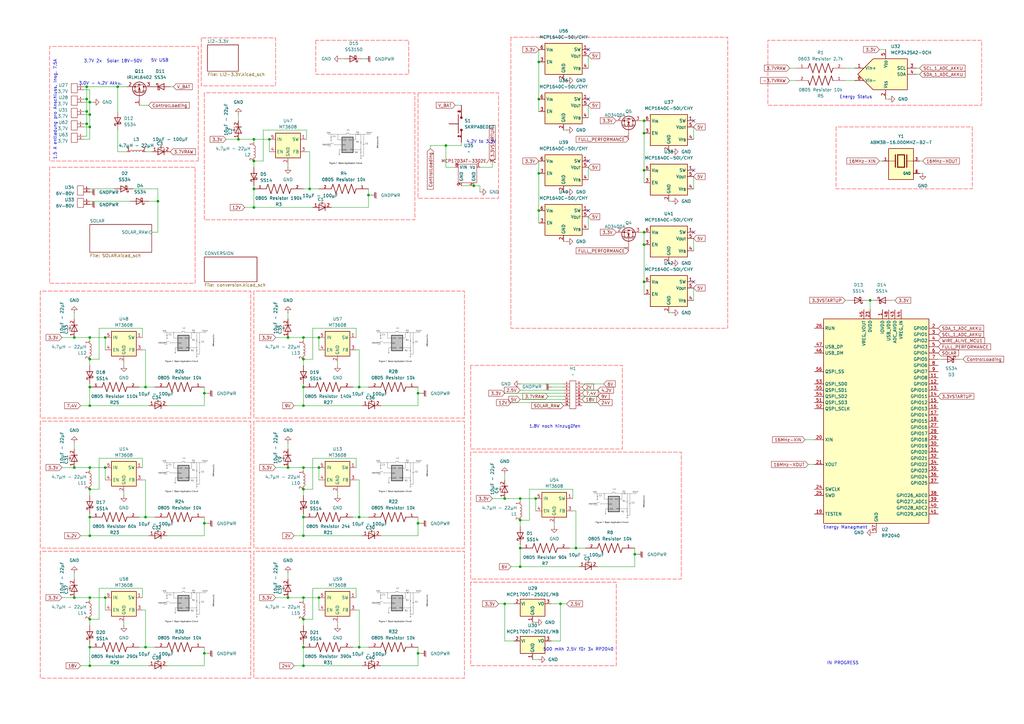
<source format=kicad_sch>
(kicad_sch (version 20250114) (generator "eeschema") (generator_version "9.0")
  (paper "A3")
  (title_block (title "SATELLITE EDGE Module - Rewo") (date "2025-08-03") (rev "1") (company "Duy Nam Schlitz"))
  (text "1.5 A entladung pro Anschluss. Insg. 7.5A" (at 22.606 44.958 90) (effects (font (size 1.27 1.27))))
  (text "4.2V to 3.3V" (at 197.358 58.166 0) (effects (font (size 1.27 1.27))))
  (text "3.0V - 4.2V Akku." (at 41.148 34.29 0) (effects (font (size 1.27 1.27))))
  (text "500 mAh 2.5V für 3x RP2040\n" (at 237.236 266.446 0) (effects (font (size 1.27 1.27))))
  (text "3,7V 2x" (at 38.1 25.146 0) (effects (font (size 1.27 1.27))))
  (text "IN PROGRESS" (at 345.694 272.034 0) (effects (font (size 1.27 1.27))))
  (text "5V USB" (at 65.532 24.892 0) (effects (font (size 1.27 1.27))))
  (text "Energy Status\n" (at 351.028 39.878 0) (effects (font (size 1.27 1.27))))
  (text "1.8V noch hinzugüfen\n" (at 227.584 175.006 0) (effects (font (size 1.27 1.27))))
  (text "Energy Managment" (at 346.71 216.408 0) (effects (font (size 1.27 1.27))))
  (text "Solar 18V-50V" (at 51.054 25.146 0) (effects (font (size 1.27 1.27))))
  (junction (at 219.71 204.47))
  (junction (at 43.18 138.43))
  (junction (at 104.14 85.09))
  (junction (at 36.83 166.37))
  (junction (at 59.69 212.09))
  (junction (at 35.56 45.72))
  (junction (at 36.83 52.07))
  (junction (at 264.16 95.25))
  (junction (at 36.83 273.05))
  (junction (at 36.83 212.09))
  (junction (at 43.18 191.77))
  (junction (at 30.48 191.77))
  (junction (at 83.82 214.63))
  (junction (at 83.82 267.97))
  (junction (at 30.48 245.11))
  (junction (at 36.83 147.32))
  (junction (at 130.81 245.11))
  (junction (at 264.16 54.61))
  (junction (at 220.98 71.12))
  (junction (at 124.46 147.32))
  (junction (at 127 77.47))
  (junction (at 124.46 166.37))
  (junction (at 171.45 161.29))
  (junction (at 213.36 232.41))
  (junction (at 220.98 40.64))
  (junction (at 30.48 138.43))
  (junction (at 124.46 138.43))
  (junction (at 220.98 25.4))
  (junction (at 207.01 247.65))
  (junction (at 35.56 50.8))
  (junction (at 36.83 219.71))
  (junction (at 104.14 66.04))
  (junction (at 213.36 204.47))
  (junction (at 36.83 41.91))
  (junction (at 59.69 265.43))
  (junction (at 194.31 76.2))
  (junction (at 130.81 191.77))
  (junction (at 356.87 123.19))
  (junction (at 124.46 273.05))
  (junction (at 124.46 191.77))
  (junction (at 264.16 49.53))
  (junction (at 36.83 265.43))
  (junction (at 43.18 245.11))
  (junction (at 124.46 200.66))
  (junction (at 171.45 267.97))
  (junction (at 182.88 59.69))
  (junction (at 124.46 245.11))
  (junction (at 104.14 57.15))
  (junction (at 207.01 204.47))
  (junction (at 124.46 265.43))
  (junction (at 264.16 115.57))
  (junction (at 130.81 138.43))
  (junction (at 35.56 40.64))
  (junction (at 147.32 265.43))
  (junction (at 64.77 82.55))
  (junction (at 118.11 138.43))
  (junction (at 83.82 161.29))
  (junction (at 36.83 245.11))
  (junction (at 36.83 46.99))
  (junction (at 35.56 35.56))
  (junction (at 118.11 191.77))
  (junction (at 48.26 35.56))
  (junction (at 213.36 224.79))
  (junction (at 124.46 158.75))
  (junction (at 36.83 158.75))
  (junction (at 147.32 212.09))
  (junction (at 36.83 200.66))
  (junction (at 59.69 158.75))
  (junction (at 151.13 80.01))
  (junction (at 110.49 57.15))
  (junction (at 264.16 69.85))
  (junction (at 124.46 212.09))
  (junction (at 118.11 245.11))
  (junction (at 97.79 57.15))
  (junction (at 147.32 158.75))
  (junction (at 260.35 227.33))
  (junction (at 171.45 214.63))
  (junction (at 104.14 77.47))
  (junction (at 220.98 86.36))
  (junction (at 213.36 213.36))
  (junction (at 36.83 138.43))
  (junction (at 264.16 100.33))
  (junction (at 229.87 247.65))
  (junction (at 124.46 254))
  (junction (at 236.22 224.79))
  (junction (at 36.83 191.77))
  (junction (at 36.83 254))
  (junction (at 124.46 219.71))
  (no_connect (at 241.3 20.32))
  (no_connect (at 284.48 115.57))
  (no_connect (at 284.48 49.53))
  (no_connect (at 241.3 66.04))
  (no_connect (at 284.48 69.85))
  (no_connect (at 241.3 86.36))
  (no_connect (at 241.3 40.64))
  (no_connect (at 284.48 95.25))
  (wire (pts (xy 182.88 59.69) (xy 189.23 59.69)))
  (wire (pts (xy 245.11 162.56) (xy 238.76 162.56)))
  (wire (pts (xy 36.83 166.37) (xy 60.96 166.37)))
  (wire (pts (xy 97.79 57.15) (xy 104.14 57.15)))
  (wire (pts (xy 219.71 255.27) (xy 218.44 255.27)))
  (wire (pts (xy 36.83 147.32) (xy 40.64 147.32)))
  (wire (pts (xy 36.83 210.82) (xy 36.83 212.09)))
  (wire (pts (xy 30.48 234.95) (xy 30.48 237.49)))
  (wire (pts (xy 124.46 191.77) (xy 130.81 191.77)))
  (wire (pts (xy 62.23 62.23) (xy 59.69 62.23)))
  (wire (pts (xy 264.16 115.57) (xy 264.16 120.65)))
  (wire (pts (xy 124.46 166.37) (xy 148.59 166.37)))
  (wire (pts (xy 36.83 36.83) (xy 36.83 41.91)))
  (wire (pts (xy 128.27 254) (xy 128.27 241.3)))
  (wire (pts (xy 182.88 59.69) (xy 182.88 68.58)))
  (wire (pts (xy 213.36 213.36) (xy 217.17 213.36)))
  (wire (pts (xy 36.83 246.38) (xy 36.83 245.11)))
  (wire (pts (xy 118.11 234.95) (xy 118.11 237.49)))
  (wire (pts (xy 48.26 35.56) (xy 52.07 35.56)))
  (wire (pts (xy 34.29 52.07) (xy 36.83 52.07)))
  (wire (pts (xy 36.83 41.91) (xy 36.83 46.99)))
  (wire (pts (xy 176.53 59.69) (xy 176.53 60.96)))
  (wire (pts (xy 264.16 49.53) (xy 264.16 54.61)))
  (wire (pts (xy 58.42 250.19) (xy 59.69 250.19)))
  (wire (pts (xy 386.08 147.32) (xy 384.81 147.32)))
  (wire (pts (xy 156.21 219.71) (xy 171.45 219.71)))
  (wire (pts (xy 201.93 204.47) (xy 207.01 204.47)))
  (wire (pts (xy 36.83 193.04) (xy 36.83 191.77)))
  (wire (pts (xy 107.95 66.04) (xy 107.95 53.34)))
  (wire (pts (xy 83.82 158.75) (xy 83.82 161.29)))
  (wire (pts (xy 124.46 210.82) (xy 124.46 212.09)))
  (wire (pts (xy 204.47 247.65) (xy 207.01 247.65)))
  (wire (pts (xy 172.72 214.63) (xy 171.45 214.63)))
  (wire (pts (xy 355.6 123.19) (xy 356.87 123.19)))
  (wire (pts (xy 59.69 143.51) (xy 59.69 158.75)))
  (wire (pts (xy 233.68 224.79) (xy 236.22 224.79)))
  (wire (pts (xy 30.48 128.27) (xy 30.48 130.81)))
  (wire (pts (xy 234.95 200.66) (xy 234.95 204.47)))
  (wire (pts (xy 36.83 191.77) (xy 43.18 191.77)))
  (wire (pts (xy 104.14 66.04) (xy 107.95 66.04)))
  (wire (pts (xy 57.15 212.09) (xy 59.69 212.09)))
  (wire (pts (xy 104.14 77.47) (xy 104.14 85.09)))
  (wire (pts (xy 394.97 147.32) (xy 393.7 147.32)))
  (wire (pts (xy 172.72 267.97) (xy 171.45 267.97)))
  (wire (pts (xy 138.43 256.54) (xy 138.43 255.27)))
  (wire (pts (xy 118.11 245.11) (xy 124.46 245.11)))
  (wire (pts (xy 83.82 166.37) (xy 83.82 161.29)))
  (wire (pts (xy 201.93 66.04) (xy 201.93 68.58)))
  (wire (pts (xy 124.46 256.54) (xy 124.46 254)))
  (wire (pts (xy 213.36 163.83) (xy 231.14 163.83)))
  (wire (pts (xy 36.83 46.99) (xy 34.29 46.99)))
  (wire (pts (xy 375.92 27.94) (xy 377.19 27.94)))
  (wire (pts (xy 156.21 273.05) (xy 171.45 273.05)))
  (wire (pts (xy 124.46 273.05) (xy 148.59 273.05)))
  (wire (pts (xy 124.46 265.43) (xy 124.46 273.05)))
  (wire (pts (xy 69.85 35.56) (xy 71.12 35.56)))
  (wire (pts (xy 128.27 187.96) (xy 146.05 187.96)))
  (wire (pts (xy 139.7 24.13) (xy 140.97 24.13)))
  (wire (pts (xy 364.49 40.64) (xy 363.22 40.64)))
  (wire (pts (xy 92.71 57.15) (xy 97.79 57.15)))
  (wire (pts (xy 83.82 265.43) (xy 83.82 267.97)))
  (wire (pts (xy 54.61 77.47) (xy 64.77 77.47)))
  (wire (pts (xy 346.71 27.94) (xy 350.52 27.94)))
  (wire (pts (xy 146.05 250.19) (xy 147.32 250.19)))
  (wire (pts (xy 227.33 215.9) (xy 227.33 214.63)))
  (wire (pts (xy 186.69 43.18) (xy 189.23 43.18)))
  (wire (pts (xy 284.48 118.11) (xy 284.48 123.19)))
  (wire (pts (xy 213.36 215.9) (xy 213.36 213.36)))
  (wire (pts (xy 124.46 200.66) (xy 128.27 200.66)))
  (wire (pts (xy 124.46 138.43) (xy 130.81 138.43)))
  (wire (pts (xy 36.83 52.07) (xy 36.83 46.99)))
  (wire (pts (xy 241.3 22.86) (xy 241.3 27.94)))
  (wire (pts (xy 213.36 205.74) (xy 213.36 204.47)))
  (wire (pts (xy 124.46 219.71) (xy 148.59 219.71)))
  (wire (pts (xy 144.78 158.75) (xy 147.32 158.75)))
  (wire (pts (xy 125.73 53.34) (xy 125.73 57.15)))
  (wire (pts (xy 110.49 57.15) (xy 110.49 62.23)))
  (wire (pts (xy 330.2 180.34) (xy 334.01 180.34)))
  (wire (pts (xy 25.4 245.11) (xy 30.48 245.11)))
  (wire (pts (xy 30.48 245.11) (xy 36.83 245.11)))
  (wire (pts (xy 64.77 82.55) (xy 64.77 77.47)))
  (wire (pts (xy 240.03 224.79) (xy 236.22 224.79)))
  (wire (pts (xy 171.45 219.71) (xy 171.45 214.63)))
  (wire (pts (xy 171.45 158.75) (xy 171.45 161.29)))
  (wire (pts (xy 30.48 181.61) (xy 30.48 184.15)))
  (wire (pts (xy 151.13 85.09) (xy 151.13 80.01)))
  (wire (pts (xy 59.69 250.19) (xy 59.69 265.43)))
  (wire (pts (xy 30.48 138.43) (xy 36.83 138.43)))
  (wire (pts (xy 34.29 57.15) (xy 36.83 57.15)))
  (wire (pts (xy 124.46 254) (xy 128.27 254)))
  (wire (pts (xy 36.83 41.91) (xy 34.29 41.91)))
  (wire (pts (xy 83.82 219.71) (xy 83.82 214.63)))
  (wire (pts (xy 48.26 53.34) (xy 48.26 62.23)))
  (wire (pts (xy 241.3 88.9) (xy 241.3 93.98)))
  (wire (pts (xy 356.87 123.19) (xy 356.87 127)))
  (wire (pts (xy 358.14 218.44) (xy 359.41 218.44)))
  (wire (pts (xy 284.48 72.39) (xy 284.48 77.47)))
  (wire (pts (xy 231.14 78.74) (xy 232.41 78.74)))
  (wire (pts (xy 196.85 68.58) (xy 201.93 68.58)))
  (wire (pts (xy 218.44 270.51) (xy 220.98 270.51)))
  (wire (pts (xy 189.23 59.69) (xy 189.23 58.42)))
  (wire (pts (xy 113.03 138.43) (xy 118.11 138.43)))
  (wire (pts (xy 33.02 273.05) (xy 36.83 273.05)))
  (wire (pts (xy 346.71 123.19) (xy 347.98 123.19)))
  (wire (pts (xy 130.81 191.77) (xy 130.81 196.85)))
  (wire (pts (xy 34.29 40.64) (xy 35.56 40.64)))
  (wire (pts (xy 113.03 191.77) (xy 118.11 191.77)))
  (wire (pts (xy 377.19 66.04) (xy 378.46 66.04)))
  (wire (pts (xy 219.71 204.47) (xy 219.71 209.55)))
  (wire (pts (xy 124.46 203.2) (xy 124.46 200.66)))
  (wire (pts (xy 207.01 161.29) (xy 231.14 161.29)))
  (wire (pts (xy 36.83 212.09) (xy 36.83 219.71)))
  (wire (pts (xy 97.79 46.99) (xy 97.79 49.53)))
  (wire (pts (xy 50.8 256.54) (xy 50.8 255.27)))
  (wire (pts (xy 85.09 267.97) (xy 83.82 267.97)))
  (wire (pts (xy 36.83 265.43) (xy 36.83 273.05)))
  (wire (pts (xy 220.98 40.64) (xy 220.98 45.72)))
  (wire (pts (xy 151.13 212.09) (xy 147.32 212.09)))
  (wire (pts (xy 229.87 262.89) (xy 229.87 247.65)))
  (wire (pts (xy 147.32 143.51) (xy 147.32 158.75)))
  (wire (pts (xy 284.48 97.79) (xy 284.48 102.87)))
  (wire (pts (xy 323.85 27.94) (xy 326.39 27.94)))
  (wire (pts (xy 128.27 200.66) (xy 128.27 187.96)))
  (wire (pts (xy 207.01 204.47) (xy 213.36 204.47)))
  (wire (pts (xy 171.45 166.37) (xy 171.45 161.29)))
  (wire (pts (xy 260.35 224.79) (xy 260.35 227.33)))
  (wire (pts (xy 146.05 134.62) (xy 146.05 138.43)))
  (wire (pts (xy 43.18 245.11) (xy 43.18 250.19)))
  (wire (pts (xy 59.69 196.85) (xy 59.69 212.09)))
  (wire (pts (xy 33.02 219.71) (xy 36.83 219.71)))
  (wire (pts (xy 247.65 157.48) (xy 238.76 157.48)))
  (wire (pts (xy 36.83 273.05) (xy 60.96 273.05)))
  (wire (pts (xy 220.98 20.32) (xy 220.98 25.4)))
  (wire (pts (xy 245.11 232.41) (xy 260.35 232.41)))
  (wire (pts (xy 50.8 203.2) (xy 50.8 201.93)))
  (wire (pts (xy 171.45 273.05) (xy 171.45 267.97)))
  (wire (pts (xy 245.11 160.02) (xy 238.76 160.02)))
  (wire (pts (xy 120.65 273.05) (xy 124.46 273.05)))
  (wire (pts (xy 104.14 68.58) (xy 104.14 66.04)))
  (wire (pts (xy 213.36 157.48) (xy 231.14 157.48)))
  (wire (pts (xy 213.36 160.02) (xy 231.14 160.02)))
  (wire (pts (xy 124.46 157.48) (xy 124.46 158.75)))
  (wire (pts (xy 146.05 241.3) (xy 146.05 245.11)))
  (wire (pts (xy 127 62.23) (xy 127 77.47)))
  (wire (pts (xy 63.5 265.43) (xy 59.69 265.43)))
  (wire (pts (xy 231.14 99.06) (xy 232.41 99.06)))
  (wire (pts (xy 207.01 194.31) (xy 207.01 196.85)))
  (wire (pts (xy 234.95 209.55) (xy 236.22 209.55)))
  (wire (pts (xy 125.73 62.23) (xy 127 62.23)))
  (wire (pts (xy 194.31 76.2) (xy 196.85 76.2)))
  (wire (pts (xy 220.98 66.04) (xy 220.98 71.12)))
  (wire (pts (xy 147.32 196.85) (xy 147.32 212.09)))
  (wire (pts (xy 151.13 77.47) (xy 151.13 80.01)))
  (wire (pts (xy 36.83 264.16) (xy 36.83 265.43)))
  (wire (pts (xy 120.65 166.37) (xy 124.46 166.37)))
  (wire (pts (xy 34.29 50.8) (xy 35.56 50.8)))
  (wire (pts (xy 33.02 166.37) (xy 36.83 166.37)))
  (wire (pts (xy 152.4 80.01) (xy 151.13 80.01)))
  (wire (pts (xy 213.36 204.47) (xy 219.71 204.47)))
  (wire (pts (xy 151.13 158.75) (xy 147.32 158.75)))
  (wire (pts (xy 148.59 24.13) (xy 149.86 24.13)))
  (wire (pts (xy 124.46 149.86) (xy 124.46 147.32)))
  (wire (pts (xy 36.83 139.7) (xy 36.83 138.43)))
  (wire (pts (xy 83.82 212.09) (xy 83.82 214.63)))
  (wire (pts (xy 236.22 209.55) (xy 236.22 224.79)))
  (wire (pts (xy 43.18 191.77) (xy 43.18 196.85)))
  (wire (pts (xy 128.27 241.3) (xy 146.05 241.3)))
  (wire (pts (xy 209.55 232.41) (xy 213.36 232.41)))
  (wire (pts (xy 124.46 147.32) (xy 128.27 147.32)))
  (wire (pts (xy 35.56 35.56) (xy 48.26 35.56)))
  (wire (pts (xy 171.45 265.43) (xy 171.45 267.97)))
  (wire (pts (xy 130.81 138.43) (xy 130.81 143.51)))
  (wire (pts (xy 232.41 247.65) (xy 229.87 247.65)))
  (wire (pts (xy 36.83 219.71) (xy 60.96 219.71)))
  (wire (pts (xy 25.4 138.43) (xy 30.48 138.43)))
  (wire (pts (xy 58.42 196.85) (xy 59.69 196.85)))
  (wire (pts (xy 144.78 212.09) (xy 147.32 212.09)))
  (wire (pts (xy 83.82 273.05) (xy 83.82 267.97)))
  (wire (pts (xy 189.23 76.2) (xy 194.31 76.2)))
  (wire (pts (xy 40.64 134.62) (xy 58.42 134.62)))
  (wire (pts (xy 124.46 212.09) (xy 124.46 219.71)))
  (wire (pts (xy 58.42 241.3) (xy 58.42 245.11)))
  (wire (pts (xy 217.17 200.66) (xy 234.95 200.66)))
  (wire (pts (xy 207.01 247.65) (xy 210.82 247.65)))
  (wire (pts (xy 124.46 264.16) (xy 124.46 265.43)))
  (wire (pts (xy 274.32 82.55) (xy 275.59 82.55)))
  (wire (pts (xy 50.8 149.86) (xy 50.8 148.59)))
  (wire (pts (xy 64.77 95.25) (xy 64.77 82.55)))
  (wire (pts (xy 241.3 43.18) (xy 241.3 48.26)))
  (wire (pts (xy 231.14 53.34) (xy 232.41 53.34)))
  (wire (pts (xy 124.46 193.04) (xy 124.46 191.77)))
  (wire (pts (xy 124.46 77.47) (xy 127 77.47)))
  (wire (pts (xy 226.06 158.75) (xy 231.14 158.75)))
  (wire (pts (xy 176.53 59.69) (xy 182.88 59.69)))
  (wire (pts (xy 261.62 227.33) (xy 260.35 227.33)))
  (wire (pts (xy 356.87 123.19) (xy 358.14 123.19)))
  (wire (pts (xy 36.83 200.66) (xy 40.64 200.66)))
  (wire (pts (xy 220.98 25.4) (xy 220.98 40.64)))
  (wire (pts (xy 36.83 158.75) (xy 36.83 166.37)))
  (wire (pts (xy 323.85 33.02) (xy 326.39 33.02)))
  (wire (pts (xy 40.64 241.3) (xy 58.42 241.3)))
  (wire (pts (xy 118.11 138.43) (xy 124.46 138.43)))
  (wire (pts (xy 146.05 187.96) (xy 146.05 191.77)))
  (wire (pts (xy 146.05 196.85) (xy 147.32 196.85)))
  (wire (pts (xy 118.11 191.77) (xy 124.46 191.77)))
  (wire (pts (xy 264.16 54.61) (xy 264.16 69.85)))
  (wire (pts (xy 135.89 85.09) (xy 151.13 85.09)))
  (wire (pts (xy 36.83 41.91) (xy 38.1 41.91)))
  (wire (pts (xy 156.21 166.37) (xy 171.45 166.37)))
  (wire (pts (xy 124.46 139.7) (xy 124.46 138.43)))
  (wire (pts (xy 226.06 262.89) (xy 229.87 262.89)))
  (wire (pts (xy 63.5 158.75) (xy 59.69 158.75)))
  (wire (pts (xy 346.71 33.02) (xy 350.52 33.02)))
  (wire (pts (xy 36.83 157.48) (xy 36.83 158.75)))
  (wire (pts (xy 104.14 76.2) (xy 104.14 77.47)))
  (wire (pts (xy 182.88 68.58) (xy 186.69 68.58)))
  (wire (pts (xy 262.89 49.53) (xy 264.16 49.53)))
  (wire (pts (xy 40.64 254) (xy 40.64 241.3)))
  (wire (pts (xy 128.27 134.62) (xy 146.05 134.62)))
  (wire (pts (xy 68.58 273.05) (xy 83.82 273.05)))
  (wire (pts (xy 213.36 224.79) (xy 213.36 232.41)))
  (wire (pts (xy 241.3 68.58) (xy 241.3 73.66)))
  (wire (pts (xy 284.48 52.07) (xy 284.48 57.15)))
  (wire (pts (xy 130.81 245.11) (xy 130.81 250.19)))
  (wire (pts (xy 245.11 165.1) (xy 238.76 165.1)))
  (wire (pts (xy 220.98 86.36) (xy 220.98 91.44)))
  (wire (pts (xy 144.78 265.43) (xy 147.32 265.43)))
  (wire (pts (xy 58.42 134.62) (xy 58.42 138.43)))
  (wire (pts (xy 378.46 71.12) (xy 377.19 71.12)))
  (wire (pts (xy 138.43 149.86) (xy 138.43 148.59)))
  (wire (pts (xy 35.56 35.56) (xy 35.56 40.64)))
  (wire (pts (xy 34.29 45.72) (xy 35.56 45.72)))
  (wire (pts (xy 85.09 161.29) (xy 83.82 161.29)))
  (wire (pts (xy 43.18 138.43) (xy 43.18 143.51)))
  (wire (pts (xy 118.11 68.58) (xy 118.11 67.31)))
  (wire (pts (xy 57.15 265.43) (xy 59.69 265.43)))
  (wire (pts (xy 274.32 107.95) (xy 275.59 107.95)))
  (wire (pts (xy 63.5 212.09) (xy 59.69 212.09)))
  (wire (pts (xy 264.16 95.25) (xy 264.16 100.33)))
  (wire (pts (xy 36.83 36.83) (xy 34.29 36.83)))
  (wire (pts (xy 217.17 213.36) (xy 217.17 200.66)))
  (wire (pts (xy 68.58 166.37) (xy 83.82 166.37)))
  (wire (pts (xy 274.32 128.27) (xy 275.59 128.27)))
  (wire (pts (xy 231.14 33.02) (xy 232.41 33.02)))
  (wire (pts (xy 36.83 203.2) (xy 36.83 200.66)))
  (wire (pts (xy 36.83 254) (xy 40.64 254)))
  (wire (pts (xy 60.96 43.18) (xy 57.15 43.18)))
  (wire (pts (xy 207.01 262.89) (xy 207.01 247.65)))
  (wire (pts (xy 128.27 147.32) (xy 128.27 134.62)))
  (wire (pts (xy 196.85 76.2) (xy 196.85 78.74)))
  (wire (pts (xy 34.29 35.56) (xy 35.56 35.56)))
  (wire (pts (xy 40.64 200.66) (xy 40.64 187.96)))
  (wire (pts (xy 367.03 123.19) (xy 365.76 123.19)))
  (wire (pts (xy 113.03 245.11) (xy 118.11 245.11)))
  (wire (pts (xy 36.83 82.55) (xy 53.34 82.55)))
  (wire (pts (xy 48.26 35.56) (xy 48.26 45.72)))
  (wire (pts (xy 36.83 256.54) (xy 36.83 254)))
  (wire (pts (xy 360.68 66.04) (xy 361.95 66.04)))
  (wire (pts (xy 138.43 203.2) (xy 138.43 201.93)))
  (wire (pts (xy 274.32 62.23) (xy 275.59 62.23)))
  (wire (pts (xy 36.83 149.86) (xy 36.83 147.32)))
  (wire (pts (xy 35.56 55.88) (xy 35.56 50.8)))
  (wire (pts (xy 104.14 58.42) (xy 104.14 57.15)))
  (wire (pts (xy 331.47 190.5) (xy 334.01 190.5)))
  (wire (pts (xy 262.89 95.25) (xy 264.16 95.25)))
  (wire (pts (xy 100.33 85.09) (xy 104.14 85.09)))
  (wire (pts (xy 124.46 246.38) (xy 124.46 245.11)))
  (wire (pts (xy 120.65 219.71) (xy 124.46 219.71)))
  (wire (pts (xy 36.83 57.15) (xy 36.83 52.07)))
  (wire (pts (xy 104.14 57.15) (xy 110.49 57.15)))
  (wire (pts (xy 210.82 262.89) (xy 207.01 262.89)))
  (wire (pts (xy 124.46 158.75) (xy 124.46 166.37)))
  (wire (pts (xy 104.14 85.09) (xy 128.27 85.09)))
  (wire (pts (xy 264.16 69.85) (xy 264.16 74.93)))
  (wire (pts (xy 35.56 45.72) (xy 35.56 50.8)))
  (wire (pts (xy 118.11 181.61) (xy 118.11 184.15)))
  (wire (pts (xy 62.23 95.25) (xy 64.77 95.25)))
  (wire (pts (xy 36.83 77.47) (xy 46.99 77.47)))
  (wire (pts (xy 124.46 245.11) (xy 130.81 245.11)))
  (wire (pts (xy 375.92 30.48) (xy 377.19 30.48)))
  (wire (pts (xy 85.09 214.63) (xy 83.82 214.63)))
  (wire (pts (xy 58.42 143.51) (xy 59.69 143.51)))
  (wire (pts (xy 40.64 147.32) (xy 40.64 134.62)))
  (wire (pts (xy 146.05 143.51) (xy 147.32 143.51)))
  (wire (pts (xy 60.96 82.55) (xy 64.77 82.55)))
  (wire (pts (xy 58.42 187.96) (xy 58.42 191.77)))
  (wire (pts (xy 130.81 77.47) (xy 127 77.47)))
  (wire (pts (xy 147.32 250.19) (xy 147.32 265.43)))
  (wire (pts (xy 40.64 187.96) (xy 58.42 187.96)))
  (wire (pts (xy 360.68 20.32) (xy 363.22 20.32)))
  (wire (pts (xy 151.13 265.43) (xy 147.32 265.43)))
  (wire (pts (xy 36.83 138.43) (xy 43.18 138.43)))
  (wire (pts (xy 48.26 62.23) (xy 52.07 62.23)))
  (wire (pts (xy 172.72 161.29) (xy 171.45 161.29)))
  (wire (pts (xy 25.4 191.77) (xy 30.48 191.77)))
  (wire (pts (xy 213.36 223.52) (xy 213.36 224.79)))
  (wire (pts (xy 213.36 232.41) (xy 237.49 232.41)))
  (wire (pts (xy 264.16 100.33) (xy 264.16 115.57)))
  (wire (pts (xy 35.56 40.64) (xy 35.56 45.72)))
  (wire (pts (xy 34.29 55.88) (xy 35.56 55.88)))
  (wire (pts (xy 220.98 71.12) (xy 220.98 86.36)))
  (wire (pts (xy 224.79 162.56) (xy 231.14 162.56)))
  (wire (pts (xy 171.45 212.09) (xy 171.45 214.63)))
  (wire (pts (xy 68.58 219.71) (xy 83.82 219.71)))
  (wire (pts (xy 107.95 53.34) (xy 125.73 53.34)))
  (wire (pts (xy 57.15 158.75) (xy 59.69 158.75)))
  (wire (pts (xy 36.83 245.11) (xy 43.18 245.11)))
  (wire (pts (xy 260.35 232.41) (xy 260.35 227.33)))
  (wire (pts (xy 209.55 165.1) (xy 231.14 165.1)))
  (wire (pts (xy 229.87 247.65) (xy 226.06 247.65)))
  (wire (pts (xy 30.48 191.77) (xy 36.83 191.77)))
  (wire (pts (xy 118.11 128.27) (xy 118.11 130.81)))
  (image (at 162.56 140.97) (scale 0.0900451))
  (image (at 74.93 140.97) (scale 0.0900451))
  (image (at 162.56 194.31) (scale 0.0900451))
  (image (at 142.24 59.69) (scale 0.0900451))
  (image (at 251.46 207.01) (scale 0.0900451))
  (image (at 162.56 247.65) (scale 0.0900451))
  (image (at 74.93 194.31) (scale 0.0900451))
  (image (at 74.93 247.65) (scale 0.0900451))
  (global_label "-3.7VRAW" (shape input) (at 323.85 33.02 180) (property "Intersheetrefs" "${INTERSHEET_REFS}" (effects (hide yes))))
  (global_label "SOLAR_RAW" (shape input) (at 231.14 166.37 180) (property "Intersheetrefs" "${INTERSHEET_REFS}" (effects (hide yes))))
  (global_label "7.4V" (shape input) (at 33.02 166.37 180) (property "Intersheetrefs" "${INTERSHEET_REFS}" (effects (hide yes))))
  (global_label "24V" (shape input) (at 120.65 273.05 180) (property "Intersheetrefs" "${INTERSHEET_REFS}" (effects (hide yes))))
  (global_label "3.3V" (shape input) (at 220.98 20.32 180) (property "Intersheetrefs" "${INTERSHEET_REFS}" (effects (hide yes))))
  (global_label "3.3V" (shape input) (at 252.73 95.25 180) (property "Intersheetrefs" "${INTERSHEET_REFS}" (effects (hide yes))))
  (global_label "3.3V" (shape input) (at 113.03 245.11 180) (property "Intersheetrefs" "${INTERSHEET_REFS}" (effects (hide yes))))
  (global_label "2V" (shape input) (at 120.65 219.71 180) (property "Intersheetrefs" "${INTERSHEET_REFS}" (effects (hide yes))))
  (global_label "3.3VSTARTUP" (shape input) (at 384.81 162.56 0) (property "Intersheetrefs" "${INTERSHEET_REFS}" (effects (hide yes))))
  (global_label "5V" (shape input) (at 284.48 97.79 0) (property "Intersheetrefs" "${INTERSHEET_REFS}" (effects (hide yes))))
  (global_label "16MHz-XIN" (shape input) (at 330.2 180.34 180) (property "Intersheetrefs" "${INTERSHEET_REFS}" (effects (hide yes))))
  (global_label "3.3V" (shape input) (at 113.03 191.77 180) (property "Intersheetrefs" "${INTERSHEET_REFS}" (effects (hide yes))))
  (global_label "3.3V" (shape input) (at 25.4 245.11 180) (property "Intersheetrefs" "${INTERSHEET_REFS}" (effects (hide yes))))
  (global_label "3.3V" (shape input) (at 25.4 138.43 180) (property "Intersheetrefs" "${INTERSHEET_REFS}" (effects (hide yes))))
  (global_label "5V" (shape input) (at 241.3 22.86 0) (property "Intersheetrefs" "${INTERSHEET_REFS}" (effects (hide yes))))
  (global_label "7.4V" (shape input) (at 238.76 161.29 0) (property "Intersheetrefs" "${INTERSHEET_REFS}" (effects (hide yes))))
  (global_label "18V" (shape input) (at 33.02 273.05 180) (property "Intersheetrefs" "${INTERSHEET_REFS}" (effects (hide yes))))
  (global_label "SDA_1_ADC_AKKU" (shape input) (at 384.81 134.62 0) (property "Intersheetrefs" "${INTERSHEET_REFS}" (effects (hide yes))))
  (global_label "3.3V" (shape input) (at 113.03 138.43 180) (property "Intersheetrefs" "${INTERSHEET_REFS}" (effects (hide yes))))
  (global_label "4.2V" (shape input) (at 33.02 219.71 180) (property "Intersheetrefs" "${INTERSHEET_REFS}" (effects (hide yes))))
  (global_label "3.7VRAW" (shape input) (at 69.85 62.23 0) (property "Intersheetrefs" "${INTERSHEET_REFS}" (effects (hide yes))))
  (global_label "9V" (shape input) (at 245.11 162.56 0) (property "Intersheetrefs" "${INTERSHEET_REFS}" (effects (hide yes))))
  (global_label "FULL_PERFORMANCE" (shape input) (at 257.81 57.15 180) (property "Intersheetrefs" "${INTERSHEET_REFS}" (effects (hide yes))))
  (global_label "3.3V" (shape input) (at 360.68 20.32 180) (property "Intersheetrefs" "${INTERSHEET_REFS}" (effects (hide yes))))
  (global_label "5V" (shape input) (at 213.36 163.83 180) (property "Intersheetrefs" "${INTERSHEET_REFS}" (effects (hide yes))))
  (global_label "SOLAR" (shape input) (at 384.81 144.78 0) (property "Intersheetrefs" "${INTERSHEET_REFS}" (effects (hide yes))))
  (global_label "3.3V" (shape input) (at 207.01 161.29 180) (property "Intersheetrefs" "${INTERSHEET_REFS}" (effects (hide yes))))
  (global_label "3.7VRAW" (shape input) (at 224.79 162.56 180) (property "Intersheetrefs" "${INTERSHEET_REFS}" (effects (hide yes))))
  (global_label "12V" (shape input) (at 100.33 85.09 180) (property "Intersheetrefs" "${INTERSHEET_REFS}" (effects (hide yes))))
  (global_label "FULL_PERFORMANCE" (shape input) (at 384.81 142.24 0) (property "Intersheetrefs" "${INTERSHEET_REFS}" (effects (hide yes))))
  (global_label "3.3V" (shape input) (at 252.73 49.53 180) (property "Intersheetrefs" "${INTERSHEET_REFS}" (effects (hide yes))))
  (global_label "6V" (shape input) (at 247.65 157.48 0) (property "Intersheetrefs" "${INTERSHEET_REFS}" (effects (hide yes))))
  (global_label "SCL_1_ADC_AKKU" (shape input) (at 377.19 27.94 0) (property "Intersheetrefs" "${INTERSHEET_REFS}" (effects (hide yes))))
  (global_label "16MHz-XIN" (shape input) (at 360.68 66.04 180) (property "Intersheetrefs" "${INTERSHEET_REFS}" (effects (hide yes))))
  (global_label "3.3VSTARTUP" (shape input) (at 346.71 123.19 180) (property "Intersheetrefs" "${INTERSHEET_REFS}" (effects (hide yes))))
  (global_label "WIRE_ALIVE_MCU1" (shape input) (at 384.81 139.7 0) (property "Intersheetrefs" "${INTERSHEET_REFS}" (effects (hide yes))))
  (global_label "3.3V" (shape input) (at 204.47 247.65 180) (property "Intersheetrefs" "${INTERSHEET_REFS}" (effects (hide yes))))
  (global_label "3.3VSTARTUP" (shape input) (at 201.93 66.04 90) (property "Intersheetrefs" "${INTERSHEET_REFS}" (effects (hide yes))))
  (global_label "3.3V" (shape input) (at 220.98 66.04 180) (property "Intersheetrefs" "${INTERSHEET_REFS}" (effects (hide yes))))
  (global_label "16MHz-XOUT" (shape input) (at 378.46 66.04 0) (property "Intersheetrefs" "${INTERSHEET_REFS}" (effects (hide yes))))
  (global_label "2.5V" (shape input) (at 232.41 247.65 0) (property "Intersheetrefs" "${INTERSHEET_REFS}" (effects (hide yes))))
  (global_label "12V" (shape input) (at 209.55 165.1 180) (property "Intersheetrefs" "${INTERSHEET_REFS}" (effects (hide yes))))
  (global_label "V_BAT" (shape input) (at 186.69 43.18 180) (property "Intersheetrefs" "${INTERSHEET_REFS}" (effects (hide yes))))
  (global_label "ControlLoading" (shape input) (at 60.96 43.18 0) (property "Intersheetrefs" "${INTERSHEET_REFS}" (effects (hide yes))))
  (global_label "ControlLoading" (shape input) (at 394.97 147.32 0) (property "Intersheetrefs" "${INTERSHEET_REFS}" (effects (hide yes))))
  (global_label "5V" (shape input) (at 241.3 43.18 0) (property "Intersheetrefs" "${INTERSHEET_REFS}" (effects (hide yes))))
  (global_label "3.3V" (shape input) (at 201.93 204.47 180) (property "Intersheetrefs" "${INTERSHEET_REFS}" (effects (hide yes))))
  (global_label "5V" (shape input) (at 284.48 52.07 0) (property "Intersheetrefs" "${INTERSHEET_REFS}" (effects (hide yes))))
  (global_label "16MHz-XOUT" (shape input) (at 331.47 190.5 180) (property "Intersheetrefs" "${INTERSHEET_REFS}" (effects (hide yes))))
  (global_label "2V" (shape input) (at 238.76 158.75 0) (property "Intersheetrefs" "${INTERSHEET_REFS}" (effects (hide yes))))
  (global_label "18V" (shape input) (at 238.76 163.83 0) (property "Intersheetrefs" "${INTERSHEET_REFS}" (effects (hide yes))))
  (global_label "5V" (shape input) (at 284.48 118.11 0) (property "Intersheetrefs" "${INTERSHEET_REFS}" (effects (hide yes))))
  (global_label "2.5V" (shape input) (at 213.36 160.02 180) (property "Intersheetrefs" "${INTERSHEET_REFS}" (effects (hide yes))))
  (global_label "5V" (shape input) (at 241.3 88.9 0) (property "Intersheetrefs" "${INTERSHEET_REFS}" (effects (hide yes))))
  (global_label "3.3V" (shape input) (at 92.71 57.15 180) (property "Intersheetrefs" "${INTERSHEET_REFS}" (effects (hide yes))))
  (global_label "SDA_1_ADC_AKKU" (shape input) (at 377.19 30.48 0) (property "Intersheetrefs" "${INTERSHEET_REFS}" (effects (hide yes))))
  (global_label "4.2V" (shape input) (at 245.11 160.02 0) (property "Intersheetrefs" "${INTERSHEET_REFS}" (effects (hide yes))))
  (global_label "24V" (shape input) (at 245.11 165.1 0) (property "Intersheetrefs" "${INTERSHEET_REFS}" (effects (hide yes))))
  (global_label "3.7VRAW" (shape input) (at 323.85 27.94 180) (property "Intersheetrefs" "${INTERSHEET_REFS}" (effects (hide yes))))
  (global_label "5V" (shape input) (at 284.48 72.39 0) (property "Intersheetrefs" "${INTERSHEET_REFS}" (effects (hide yes))))
  (global_label "6V" (shape input) (at 209.55 232.41 180) (property "Intersheetrefs" "${INTERSHEET_REFS}" (effects (hide yes))))
  (global_label "ControlLoading" (shape input) (at 176.53 60.96 270) (property "Intersheetrefs" "${INTERSHEET_REFS}" (effects (hide yes))))
  (global_label "SCL_1_ADC_AKKU" (shape input) (at 384.81 137.16 0) (property "Intersheetrefs" "${INTERSHEET_REFS}" (effects (hide yes))))
  (global_label "FULL_PERFORMANCE" (shape input) (at 257.81 102.87 180) (property "Intersheetrefs" "${INTERSHEET_REFS}" (effects (hide yes))))
  (global_label "3.3V" (shape input) (at 25.4 191.77 180) (property "Intersheetrefs" "${INTERSHEET_REFS}" (effects (hide yes))))
  (global_label "9V" (shape input) (at 120.65 166.37 180) (property "Intersheetrefs" "${INTERSHEET_REFS}" (effects (hide yes))))
  (global_label "5V" (shape input) (at 241.3 68.58 0) (property "Intersheetrefs" "${INTERSHEET_REFS}" (effects (hide yes))))
  (global_label "V_BAT" (shape input) (at 71.12 35.56 0) (property "Intersheetrefs" "${INTERSHEET_REFS}" (effects (hide yes))))
  (global_label "3.3V" (shape input) (at 367.03 123.19 0) (property "Intersheetrefs" "${INTERSHEET_REFS}" (effects (hide yes))))
  (rule_area (polyline (pts (xy 193.04 185.42) (xy 193.04 237.49) (xy 279.4 237.49) (xy 279.4 185.42)) (stroke (width 0) (type dash))))
  (rule_area (polyline (pts (xy 16.51 119.38) (xy 16.51 171.45) (xy 102.87 171.45) (xy 102.87 119.38)) (stroke (width 0) (type dash))))
  (rule_area (polyline (pts (xy 104.14 119.38) (xy 104.14 171.45) (xy 190.5 171.45) (xy 190.5 119.38)) (stroke (width 0) (type dash))))
  (rule_area (polyline (pts (xy 342.9 52.07) (xy 342.9 77.47) (xy 398.78 77.47) (xy 398.78 52.07)) (stroke (width 0) (type dash))))
  (rule_area (polyline (pts (xy 209.55 15.24) (xy 209.55 134.62) (xy 298.45 134.62) (xy 298.45 15.24)) (stroke (width 0) (type dash))))
  (rule_area (polyline (pts (xy 81.28 66.04) (xy 81.28 19.05) (xy 20.32 19.05) (xy 20.32 66.04)) (stroke (width 0) (type dash))))
  (rule_area (polyline (pts (xy 104.14 226.06) (xy 104.14 278.13) (xy 190.5 278.13) (xy 190.5 226.06)) (stroke (width 0) (type dash))))
  (rule_area (polyline (pts (xy 171.45 38.1) (xy 171.45 81.28) (xy 204.47 81.28) (xy 204.47 38.1)) (stroke (width 0) (type dash))))
  (rule_area (polyline (pts (xy 129.54 16.51) (xy 129.54 30.48) (xy 167.64 30.48) (xy 167.64 16.51)) (stroke (width 0) (type dash))))
  (rule_area (polyline (pts (xy 16.51 226.06) (xy 16.51 278.13) (xy 102.87 278.13) (xy 102.87 226.06)) (stroke (width 0) (type dash))))
  (rule_area (polyline (pts (xy 82.55 15.5575) (xy 82.55 35.2425) (xy 113.03 35.2424) (xy 113.03 15.5574)) (stroke (width 0) (type dash))))
  (rule_area (polyline (pts (xy 402.59 16.51) (xy 314.96 16.51) (xy 314.96 43.18) (xy 402.59 43.18)) (stroke (width 0) (type dash))))
  (rule_area (polyline (pts (xy 193.04 149.86) (xy 193.04 184.15) (xy 255.27 184.15) (xy 255.27 149.86)) (stroke (width 0) (type dash))))
  (rule_area (polyline (pts (xy 193.04 238.76) (xy 193.04 273.05) (xy 251.46 273.05) (xy 252.73 273.05) (xy 252.73 238.76)) (stroke (width 0) (type dash))))
  (rule_area (polyline (pts (xy 80.01 68.58) (xy 20.32 68.58) (xy 20.32 116.205) (xy 80.01 116.205)) (stroke (width 0) (type dash))))
  (rule_area (polyline (pts (xy 16.51 172.72) (xy 16.51 224.79) (xy 102.87 224.79) (xy 102.87 172.72)) (stroke (width 0) (type dash))))
  (rule_area (polyline (pts (xy 83.82 38.1) (xy 83.82 90.17) (xy 170.18 90.17) (xy 170.18 38.1)) (stroke (width 0) (type dash))))
  (rule_area (polyline (pts (xy 104.14 172.72) (xy 104.14 224.79) (xy 190.5 224.79) (xy 190.5 172.72)) (stroke (width 0) (type dash))))
  (symbol (lib_name "0805 Inductor_2") (lib_id "Resistor:0805 Inductor") (at 124.46 196.85 0) (unit 1)
    (property "Reference" "L10" (at 123.19 198.1201 0) (effects (justify right)))
    (property "Value" "4.7µH - 22µH" (at 123.19 195.5801 0) (effects (justify right)))
    (property "Footprint" "Inductor_SMD:L_0805_2012Metric" (effects (hide yes)))
  )
  (symbol (lib_id "acheronSymbols:JST-Vertical-2P") (at 36.83 82.55 0) (mirror y) (unit 1)
    (property "Reference" "U33" (at 30.48 81.9149 0) (effects (justify left)))
    (property "Value" "6V-80V" (at 30.48 84.4549 0) (effects (justify left)))
    (property "Footprint" "Connector_JST:JST_PH_B2B-PH-K_1x02_P2.00mm_Vertical" (effects (hide yes)))
  )
  (symbol (lib_id "power:GND") (at 196.85 78.74 90) (unit 1)
    (property "Reference" "#PWR023" (effects (hide yes)))
    (property "Value" "GND" (at 200.66 78.7399 90) (effects (justify right)))
    (property "Description" "Power symbol creates a global label with name \"GND\" , ground" (effects (hide yes)))
  )
  (symbol (lib_id "Resistor:0603 Capacitor SMD") (at 152.4 273.05 180) (unit 1)
    (property "Reference" "C40" (at 151.892 269.748 0))
    (property "Value" "10 µF - 100 µF" (at 151.638 268.224 0))
    (property "Footprint" "Capacitor_SMD:C_0603_1608Metric" (effects (hide yes)))
  )
  (symbol (lib_id "Regulator_Switching:MT3608") (at 138.43 140.97 0) (unit 1)
    (property "Reference" "U57" (at 138.43 130.81 0))
    (property "Value" "MT3608" (at 138.43 133.35 0))
    (property "Footprint" "Package_TO_SOT_SMD:SOT-23-6" (effects (hide yes)))
    (property "Datasheet" "https://www.olimex.com/Products/Breadboarding/BB-PWR-3608/resources/MT3608.pdf" (effects (hide yes)))
    (property "Description" "High Efficiency 1.2MHz 2A Step Up Converter, 2-24V Vin, 28V Vout, 4A current limit, 1.2MHz, SOT23-6" (effects (hide yes)))
  )
  (symbol (lib_id "Diode:SS34") (at 36.83 260.35 90) (unit 1)
    (property "Reference" "D20" (at 39.37 259.3974 90) (effects (justify right)))
    (property "Value" "SS14" (at 39.37 261.9374 90) (effects (justify right)))
    (property "Footprint" "Diode_SMD:D_SMA" (effects (hide yes)))
    (property "Datasheet" "https://www.vishay.com/docs/88751/ss32.pdf" (effects (hide yes)))
    (property "Description" "40V 3A Schottky Diode, SMA" (effects (hide yes)))
  )
  (symbol (lib_id "Regulator_Switching:MCP1640Cx-xCHY") (at 274.32 54.61 0) (unit 1)
    (property "Reference" "U37" (at 274.32 41.91 0))
    (property "Value" "MCP1640C-50I/CHY" (at 274.32 44.45 0))
    (property "Footprint" "Package_TO_SOT_SMD:SOT-23-6" (effects (hide yes)))
    (property "Datasheet" "http://ww1.microchip.com/downloads/en/DeviceDoc/20002234D.pdf" (effects (hide yes)))
    (property "Description" "Synchronous Boost Regulator, Adjustable Output 2.0V-5.5V, PWM/PFM Input to Output Bypass, SOT-23" (effects (hide yes)))
  )
  (symbol (lib_id "Resistor:0805 Resistor") (at 114.3 77.47 0) (unit 1)
    (property "Reference" "R3" (at 114.3 83.82 0))
    (property "Value" "0805 Resistor 190k" (at 114.3 81.28 0))
    (property "Footprint" "Resistor_SMD:R_0805_2012Metric" (effects (hide yes)))
    (property "MF" "Vishay" (effects (hide yes)))
    (property "Description_1" "2.7 Ohms ±1% 0.25W, 1/4W Chip Resistor 1206 (3216 Metric) Thick Film" (effects (hide yes)))
    (property "Package" "3015 Vishay" (effects (hide yes)))
    (property "Price" "None" (effects (hide yes)))
    (property "SnapEDA_Link" "https://www.snapeda.com/parts/CRCW12062R70FKEAC/Vishay/view-part/?ref=snap" (effects (hide yes)))
    (property "MP" "CRCW12062R70FKEAC" (effects (hide yes)))
    (property "Availability" "In Stock" (effects (hide yes)))
    (property "Check_prices" "https://www.snapeda.com/parts/CRCW12062R70FKEAC/Vishay/view-part/?ref=eda" (effects (hide yes)))
  )
  (symbol (lib_name "0805 Inductor_2") (lib_id "Resistor:0805 Inductor") (at 104.14 62.23 0) (unit 1)
    (property "Reference" "L2" (at 102.87 63.5001 0) (effects (justify right)))
    (property "Value" "4.7µH - 22µH" (at 102.87 60.9601 0) (effects (justify right)))
    (property "Footprint" "Inductor_SMD:L_0805_2012Metric" (effects (hide yes)))
  )
  (symbol (lib_id "Resistor:0603 Capacitor SMD") (at 241.3 232.41 180) (unit 1)
    (property "Reference" "C5" (at 240.792 229.108 0))
    (property "Value" "10 µF - 100 µF" (at 240.538 227.584 0))
    (property "Footprint" "Capacitor_SMD:C_0603_1608Metric" (effects (hide yes)))
  )
  (symbol (lib_id "Diode:SS34") (at 104.14 72.39 90) (unit 1)
    (property "Reference" "D5" (at 106.68 71.4374 90) (effects (justify right)))
    (property "Value" "SS14" (at 106.68 73.9774 90) (effects (justify right)))
    (property "Footprint" "Diode_SMD:D_SMA" (effects (hide yes)))
    (property "Datasheet" "https://www.vishay.com/docs/88751/ss32.pdf" (effects (hide yes)))
    (property "Description" "40V 3A Schottky Diode, SMA" (effects (hide yes)))
  )
  (symbol (lib_id "power:GND") (at 232.41 53.34 90) (unit 1)
    (property "Reference" "#PWR03" (effects (hide yes)))
    (property "Value" "GND" (at 236.22 53.3399 90) (effects (justify right)))
    (property "Description" "Power symbol creates a global label with name \"GND\" , ground" (effects (hide yes)))
  )
  (symbol (lib_name "0805 Inductor_2") (lib_id "Resistor:0805 Inductor") (at 124.46 143.51 0) (unit 1)
    (property "Reference" "L13" (at 123.19 144.7801 0) (effects (justify right)))
    (property "Value" "4.7µH - 22µH" (at 123.19 142.2401 0) (effects (justify right)))
    (property "Footprint" "Inductor_SMD:L_0805_2012Metric" (effects (hide yes)))
  )
  (symbol (lib_id "power:GND") (at 139.7 24.13 270) (unit 1)
    (property "Reference" "#PWR055" (effects (hide yes)))
    (property "Value" "GND" (at 135.89 24.1299 90) (effects (justify right)))
    (property "Description" "Power symbol creates a global label with name \"GND\" , ground" (effects (hide yes)))
  )
  (symbol (lib_id "power:GND") (at 213.36 157.48 270) (unit 1)
    (property "Reference" "#PWR029" (effects (hide yes)))
    (property "Value" "GND" (at 209.55 157.4799 90) (effects (justify right)))
    (property "Description" "Power symbol creates a global label with name \"GND\" , ground" (effects (hide yes)))
  )
  (symbol (lib_id "power:GND") (at 138.43 149.86 0) (unit 1)
    (property "Reference" "#PWR089" (effects (hide yes)))
    (property "Value" "GND" (at 138.43 154.94 0))
    (property "Description" "Power symbol creates a global label with name \"GND\" , ground" (effects (hide yes)))
  )
  (symbol (lib_id "Resistor:0805 Resistor") (at 161.29 212.09 180) (unit 1)
    (property "Reference" "R22" (at 161.29 205.74 0))
    (property "Value" "0805 Resistor 10 k" (at 161.29 208.28 0))
    (property "Footprint" "Resistor_SMD:R_0805_2012Metric" (effects (hide yes)))
    (property "MF" "Vishay" (effects (hide yes)))
    (property "Description_1" "2.7 Ohms ±1% 0.25W, 1/4W Chip Resistor 1206 (3216 Metric) Thick Film" (effects (hide yes)))
    (property "Package" "3015 Vishay" (effects (hide yes)))
    (property "Price" "None" (effects (hide yes)))
    (property "SnapEDA_Link" "https://www.snapeda.com/parts/CRCW12062R70FKEAC/Vishay/view-part/?ref=snap" (effects (hide yes)))
    (property "MP" "CRCW12062R70FKEAC" (effects (hide yes)))
    (property "Availability" "In Stock" (effects (hide yes)))
    (property "Check_prices" "https://www.snapeda.com/parts/CRCW12062R70FKEAC/Vishay/view-part/?ref=eda" (effects (hide yes)))
  )
  (symbol (lib_id "Resistor:0805 Resistor") (at 134.62 158.75 0) (unit 1)
    (property "Reference" "R27" (at 134.62 165.1 0))
    (property "Value" "0805 Resistor 140k" (at 134.62 162.56 0))
    (property "Footprint" "Resistor_SMD:R_0805_2012Metric" (effects (hide yes)))
    (property "MF" "Vishay" (effects (hide yes)))
    (property "Description_1" "2.7 Ohms ±1% 0.25W, 1/4W Chip Resistor 1206 (3216 Metric) Thick Film" (effects (hide yes)))
    (property "Package" "3015 Vishay" (effects (hide yes)))
    (property "Price" "None" (effects (hide yes)))
    (property "SnapEDA_Link" "https://www.snapeda.com/parts/CRCW12062R70FKEAC/Vishay/view-part/?ref=snap" (effects (hide yes)))
    (property "MP" "CRCW12062R70FKEAC" (effects (hide yes)))
    (property "Availability" "In Stock" (effects (hide yes)))
    (property "Check_prices" "https://www.snapeda.com/parts/CRCW12062R70FKEAC/Vishay/view-part/?ref=eda" (effects (hide yes)))
  )
  (symbol (lib_id "power:GND") (at 97.79 46.99 180) (unit 1)
    (property "Reference" "#PWR026" (effects (hide yes)))
    (property "Value" "GND" (at 97.79 41.91 0))
    (property "Description" "Power symbol creates a global label with name \"GND\" , ground" (effects (hide yes)))
  )
  (symbol (lib_id "Regulator_Switching:MT3608") (at 50.8 194.31 0) (unit 1)
    (property "Reference" "U14" (at 50.8 184.15 0))
    (property "Value" "MT3608" (at 50.8 186.69 0))
    (property "Footprint" "Package_TO_SOT_SMD:SOT-23-6" (effects (hide yes)))
    (property "Datasheet" "https://www.olimex.com/Products/Breadboarding/BB-PWR-3608/resources/MT3608.pdf" (effects (hide yes)))
    (property "Description" "High Efficiency 1.2MHz 2A Step Up Converter, 2-24V Vin, 28V Vout, 4A current limit, 1.2MHz, SOT23-6" (effects (hide yes)))
  )
  (symbol (lib_id "Regulator_Switching:MCP1640Cx-xCHY") (at 231.14 91.44 0) (unit 1)
    (property "Reference" "U40" (at 231.14 78.74 0))
    (property "Value" "MCP1640C-50I/CHY" (at 231.14 81.28 0))
    (property "Footprint" "Package_TO_SOT_SMD:SOT-23-6" (effects (hide yes)))
    (property "Datasheet" "http://ww1.microchip.com/downloads/en/DeviceDoc/20002234D.pdf" (effects (hide yes)))
    (property "Description" "Synchronous Boost Regulator, Adjustable Output 2.0V-5.5V, PWM/PFM Input to Output Bypass, SOT-23" (effects (hide yes)))
  )
  (symbol (lib_id "Diode:SS34") (at 124.46 260.35 90) (unit 1)
    (property "Reference" "D21" (at 127 259.3974 90) (effects (justify right)))
    (property "Value" "SS14" (at 127 261.9374 90) (effects (justify right)))
    (property "Footprint" "Diode_SMD:D_SMA" (effects (hide yes)))
    (property "Datasheet" "https://www.vishay.com/docs/88751/ss32.pdf" (effects (hide yes)))
    (property "Description" "40V 3A Schottky Diode, SMA" (effects (hide yes)))
  )
  (symbol (lib_name "0805 Inductor_2") (lib_id "Resistor:0805 Inductor") (at 124.46 250.19 0) (unit 1)
    (property "Reference" "L15" (at 123.19 251.4601 0) (effects (justify right)))
    (property "Value" "4.7µH - 22µH" (at 123.19 248.9201 0) (effects (justify right)))
    (property "Footprint" "Inductor_SMD:L_0805_2012Metric" (effects (hide yes)))
  )
  (symbol (lib_id "power:GNDPWR") (at 36.83 83.82 90) (unit 1)
    (property "Reference" "#PWR021" (effects (hide yes)))
    (property "Value" "GNDPWR" (at 40.64 83.9469 90) (effects (justify right)))
    (property "Description" "Power symbol creates a global label with name \"GNDPWR\" , global ground" (effects (hide yes)))
  )
  (symbol (lib_id "power:GND") (at 50.8 256.54 0) (unit 1)
    (property "Reference" "#PWR092" (effects (hide yes)))
    (property "Value" "GND" (at 50.8 261.62 0))
    (property "Description" "Power symbol creates a global label with name \"GND\" , ground" (effects (hide yes)))
  )
  (symbol (lib_id "power:GND") (at 219.71 255.27 90) (unit 1)
    (property "Reference" "#PWR05" (effects (hide yes)))
    (property "Value" "GND" (at 223.52 255.2699 90) (effects (justify right)))
    (property "Description" "Power symbol creates a global label with name \"GND\" , ground" (effects (hide yes)))
  )
  (symbol (lib_name "0805 Inductor_2") (lib_id "Resistor:0805 Inductor") (at 213.36 209.55 0) (unit 1)
    (property "Reference" "L1" (at 212.09 210.8201 0) (effects (justify right)))
    (property "Value" "4.7µH - 22µH" (at 212.09 208.2801 0) (effects (justify right)))
    (property "Footprint" "Inductor_SMD:L_0805_2012Metric" (effects (hide yes)))
  )
  (symbol (lib_id "power:GND") (at 50.8 203.2 0) (unit 1)
    (property "Reference" "#PWR083" (effects (hide yes)))
    (property "Value" "GND" (at 50.8 208.28 0))
    (property "Description" "Power symbol creates a global label with name \"GND\" , ground" (effects (hide yes)))
  )
  (symbol (lib_id "Resistor:0603 Capacitor SMD") (at 118.11 187.96 270) (unit 1)
    (property "Reference" "C9" (at 114.808 188.468 0))
    (property "Value" "10 µF - 22µF" (at 113.03 183.642 0))
    (property "Footprint" "Capacitor_SMD:C_0603_1608Metric" (effects (hide yes)))
  )
  (symbol (lib_id "Regulator_Linear:MCP1700x-250xxMB") (at 218.44 247.65 0) (unit 1)
    (property "Reference" "U29" (at 218.44 241.3 0))
    (property "Value" "MCP1700T-2502E/MB" (at 218.44 243.84 0))
    (property "Footprint" "Package_TO_SOT_SMD:SOT-89-3" (effects (hide yes)))
    (property "Datasheet" "http://ww1.microchip.com/downloads/en/DeviceDoc/20001826D.pdf" (effects (hide yes)))
    (property "Description" "250mA Low Quiscent Current LDO, 2.5V output, SOT-89" (effects (hide yes)))
  )
  (symbol (lib_id "Resistor:0805 Resistor") (at 250.19 224.79 180) (unit 1)
    (property "Reference" "R8" (at 250.19 218.44 0))
    (property "Value" "0805 Resistor 10 k" (at 250.19 220.98 0))
    (property "Footprint" "Resistor_SMD:R_0805_2012Metric" (effects (hide yes)))
    (property "MF" "Vishay" (effects (hide yes)))
    (property "Description_1" "2.7 Ohms ±1% 0.25W, 1/4W Chip Resistor 1206 (3216 Metric) Thick Film" (effects (hide yes)))
    (property "Package" "3015 Vishay" (effects (hide yes)))
    (property "Price" "None" (effects (hide yes)))
    (property "SnapEDA_Link" "https://www.snapeda.com/parts/CRCW12062R70FKEAC/Vishay/view-part/?ref=snap" (effects (hide yes)))
    (property "MP" "CRCW12062R70FKEAC" (effects (hide yes)))
    (property "Availability" "In Stock" (effects (hide yes)))
    (property "Check_prices" "https://www.snapeda.com/parts/CRCW12062R70FKEAC/Vishay/view-part/?ref=eda" (effects (hide yes)))
  )
  (symbol (lib_id "Resistor:0805 Resistor") (at 161.29 158.75 180) (unit 1)
    (property "Reference" "R28" (at 161.29 152.4 0))
    (property "Value" "0805 Resistor 10 k" (at 161.29 154.94 0))
    (property "Footprint" "Resistor_SMD:R_0805_2012Metric" (effects (hide yes)))
    (property "MF" "Vishay" (effects (hide yes)))
    (property "Description_1" "2.7 Ohms ±1% 0.25W, 1/4W Chip Resistor 1206 (3216 Metric) Thick Film" (effects (hide yes)))
    (property "Package" "3015 Vishay" (effects (hide yes)))
    (property "Price" "None" (effects (hide yes)))
    (property "SnapEDA_Link" "https://www.snapeda.com/parts/CRCW12062R70FKEAC/Vishay/view-part/?ref=snap" (effects (hide yes)))
    (property "MP" "CRCW12062R70FKEAC" (effects (hide yes)))
    (property "Availability" "In Stock" (effects (hide yes)))
    (property "Check_prices" "https://www.snapeda.com/parts/CRCW12062R70FKEAC/Vishay/view-part/?ref=eda" (effects (hide yes)))
  )
  (symbol (lib_id "Resistor:0603 Capacitor SMD") (at 118.11 134.62 270) (unit 1)
    (property "Reference" "C35" (at 114.808 135.128 0))
    (property "Value" "10 µF - 22µF" (at 113.03 130.302 0))
    (property "Footprint" "Capacitor_SMD:C_0603_1608Metric" (effects (hide yes)))
  )
  (symbol (lib_id "Transistor_FET:AO3400A") (at 257.81 52.07 270) (mirror x) (unit 1)
    (property "Reference" "Q5" (at 257.81 45.72 90))
    (property "Value" "AO3400A" (at 252.222 47.244 90))
    (property "Footprint" "Package_TO_SOT_SMD:SOT-23" (effects (hide yes)))
    (property "Datasheet" "http://www.aosmd.com/pdfs/datasheet/AO3400A.pdf" (effects (hide yes)))
    (property "Description" "30V Vds, 5.7A Id, N-Channel MOSFET, SOT-23" (effects (hide yes)))
  )
  (symbol (lib_id "acheronSymbols:JST-Vertical-2P") (at 34.29 45.72 0) (mirror y) (unit 1)
    (property "Reference" "U31" (at 27.94 45.0849 0) (effects (justify left)))
    (property "Value" "3,7V" (at 27.94 47.6249 0) (effects (justify left)))
    (property "Footprint" "Connector_JST:JST_PH_B2B-PH-K_1x02_P2.00mm_Vertical" (effects (hide yes)))
  )
  (symbol (lib_id "Diode:SS14") (at 351.79 123.19 180) (unit 1)
    (property "Reference" "D13" (at 352.1075 116.84 0))
    (property "Value" "SS14" (at 352.1075 119.38 0))
    (property "Footprint" "Diode_SMD:D_SMA" (effects (hide yes)))
    (property "Datasheet" "https://www.vishay.com/docs/88746/ss12.pdf" (effects (hide yes)))
    (property "Description" "40V 1A Schottky Diode, SMA" (effects (hide yes)))
  )
  (symbol (lib_id "Resistor:0603 Capacitor SMD") (at 64.77 219.71 180) (unit 1)
    (property "Reference" "C32" (at 64.262 216.408 0))
    (property "Value" "10 µF - 100 µF" (at 64.008 214.884 0))
    (property "Footprint" "Capacitor_SMD:C_0603_1608Metric" (effects (hide yes)))
  )
  (symbol (lib_id "power:GNDPWR") (at 226.06 158.75 270) (unit 1)
    (property "Reference" "#PWR030" (effects (hide yes)))
    (property "Value" "GNDPWR" (at 222.25 158.6229 90) (effects (justify right)))
    (property "Description" "Power symbol creates a global label with name \"GNDPWR\" , global ground" (effects (hide yes)))
  )
  (symbol (lib_id "Resistor:0603 Resistor") (at 336.55 27.94 0) (unit 1)
    (property "Reference" "R1" (at 336.55 21.59 0))
    (property "Value" "0603 Resistor 2.7k" (at 336.55 24.13 0))
    (property "Footprint" "Resistor_SMD:R_0201_0603Metric" (effects (hide yes)))
    (property "MF" "Vishay" (effects (hide yes)))
    (property "Description_1" "2.7 Ohms ±1% 0.25W, 1/4W Chip Resistor 1206 (3216 Metric) Thick Film" (effects (hide yes)))
    (property "Package" "3015 Vishay" (effects (hide yes)))
    (property "Price" "None" (effects (hide yes)))
    (property "SnapEDA_Link" "https://www.snapeda.com/parts/CRCW12062R70FKEAC/Vishay/view-part/?ref=snap" (effects (hide yes)))
    (property "MP" "CRCW12062R70FKEAC" (effects (hide yes)))
    (property "Availability" "In Stock" (effects (hide yes)))
    (property "Check_prices" "https://www.snapeda.com/parts/CRCW12062R70FKEAC/Vishay/view-part/?ref=eda" (effects (hide yes)))
  )
  (symbol (lib_id "power:GND") (at 364.49 40.64 90) (unit 1)
    (property "Reference" "#PWR07" (effects (hide yes)))
    (property "Value" "GND" (at 368.3 40.6399 90) (effects (justify right)))
    (property "Description" "Power symbol creates a global label with name \"GND\" , ground" (effects (hide yes)))
  )
  (symbol (lib_id "Regulator_Switching:MT3608") (at 50.8 247.65 0) (unit 1)
    (property "Reference" "U58" (at 50.8 237.49 0))
    (property "Value" "MT3608" (at 50.8 240.03 0))
    (property "Footprint" "Package_TO_SOT_SMD:SOT-23-6" (effects (hide yes)))
    (property "Datasheet" "https://www.olimex.com/Products/Breadboarding/BB-PWR-3608/resources/MT3608.pdf" (effects (hide yes)))
    (property "Description" "High Efficiency 1.2MHz 2A Step Up Converter, 2-24V Vin, 28V Vout, 4A current limit, 1.2MHz, SOT23-6" (effects (hide yes)))
  )
  (symbol (lib_id "Resistor:0805 Resistor") (at 336.55 33.02 0) (mirror y) (unit 1)
    (property "Reference" "R5" (at 336.55 39.37 0))
    (property "Value" "0805 Resistor 10k" (at 336.55 36.83 0))
    (property "Footprint" "Resistor_SMD:R_0805_2012Metric" (effects (hide yes)))
    (property "MF" "Vishay" (effects (hide yes)))
    (property "Description_1" "2.7 Ohms ±1% 0.25W, 1/4W Chip Resistor 1206 (3216 Metric) Thick Film" (effects (hide yes)))
    (property "Package" "3015 Vishay" (effects (hide yes)))
    (property "Price" "None" (effects (hide yes)))
    (property "SnapEDA_Link" "https://www.snapeda.com/parts/CRCW12062R70FKEAC/Vishay/view-part/?ref=snap" (effects (hide yes)))
    (property "MP" "CRCW12062R70FKEAC" (effects (hide yes)))
    (property "Availability" "In Stock" (effects (hide yes)))
    (property "Check_prices" "https://www.snapeda.com/parts/CRCW12062R70FKEAC/Vishay/view-part/?ref=eda" (effects (hide yes)))
  )
  (symbol (lib_id "acheronSymbols:JST-Vertical-2P") (at 34.29 35.56 0) (mirror y) (unit 1)
    (property "Reference" "U27" (at 27.94 34.9249 0) (effects (justify left)))
    (property "Value" "3,7V" (at 27.94 37.4649 0) (effects (justify left)))
    (property "Footprint" "Connector_JST:JST_PH_B2B-PH-K_1x02_P2.00mm_Vertical" (effects (hide yes)))
  )
  (symbol (lib_id "power:GNDPWR") (at 149.86 24.13 90) (unit 1)
    (property "Reference" "#PWR056" (effects (hide yes)))
    (property "Value" "GNDPWR" (at 153.67 24.2569 90) (effects (justify right)))
    (property "Description" "Power symbol creates a global label with name \"GNDPWR\" , global ground" (effects (hide yes)))
  )
  (symbol (lib_id "power:GND") (at 30.48 181.61 180) (unit 1)
    (property "Reference" "#PWR082" (effects (hide yes)))
    (property "Value" "GND" (at 30.48 176.53 0))
    (property "Description" "Power symbol creates a global label with name \"GND\" , ground" (effects (hide yes)))
  )
  (symbol (lib_id "acheronSymbols:JST-Vertical-2P") (at 36.83 77.47 0) (mirror y) (unit 1)
    (property "Reference" "U34" (at 30.48 76.8349 0) (effects (justify left)))
    (property "Value" "6V-80V" (at 30.48 79.3749 0) (effects (justify left)))
    (property "Footprint" "Connector_JST:JST_PH_B2B-PH-K_1x02_P2.00mm_Vertical" (effects (hide yes)))
  )
  (symbol (lib_id "power:GND") (at 138.43 256.54 0) (unit 1)
    (property "Reference" "#PWR095" (effects (hide yes)))
    (property "Value" "GND" (at 138.43 261.62 0))
    (property "Description" "Power symbol creates a global label with name \"GND\" , ground" (effects (hide yes)))
  )
  (symbol (lib_id "Resistor:SON50P200X300X100-9N") (at 191.77 72.39 0) (mirror y) (unit 1)
    (property "Reference" "U35" (at 192.2779 59.69 0))
    (property "Value" "~" (at 192.2779 62.23 0))
    (property "Footprint" "SON50P200X300X100-9N:SON50P200X300X100-9N" (effects (hide yes)))
  )
  (symbol (lib_id "Regulator_Switching:MCP1640Cx-xCHY") (at 231.14 25.4 0) (unit 1)
    (property "Reference" "U56" (at 231.14 12.7 0))
    (property "Value" "MCP1640C-50I/CHY" (at 231.14 15.24 0))
    (property "Footprint" "Package_TO_SOT_SMD:SOT-23-6" (effects (hide yes)))
    (property "Datasheet" "http://ww1.microchip.com/downloads/en/DeviceDoc/20002234D.pdf" (effects (hide yes)))
    (property "Description" "Synchronous Boost Regulator, Adjustable Output 2.0V-5.5V, PWM/PFM Input to Output Bypass, SOT-23" (effects (hide yes)))
  )
  (symbol (lib_id "power:GND") (at 118.11 68.58 0) (unit 1)
    (property "Reference" "#PWR024" (effects (hide yes)))
    (property "Value" "GND" (at 118.11 73.66 0))
    (property "Description" "Power symbol creates a global label with name \"GND\" , ground" (effects (hide yes)))
  )
  (symbol (lib_id "power:GND") (at 358.14 218.44 270) (unit 1)
    (property "Reference" "#PWR08" (effects (hide yes)))
    (property "Value" "GND" (at 354.33 218.4399 90) (effects (justify right)))
    (property "Description" "Power symbol creates a global label with name \"GND\" , ground" (effects (hide yes)))
  )
  (symbol (lib_id "Regulator_Switching:MT3608") (at 118.11 59.69 0) (unit 1)
    (property "Reference" "U47" (at 118.11 49.53 0))
    (property "Value" "MT3608" (at 118.11 52.07 0))
    (property "Footprint" "Package_TO_SOT_SMD:SOT-23-6" (effects (hide yes)))
    (property "Datasheet" "https://www.olimex.com/Products/Breadboarding/BB-PWR-3608/resources/MT3608.pdf" (effects (hide yes)))
    (property "Description" "High Efficiency 1.2MHz 2A Step Up Converter, 2-24V Vin, 28V Vout, 4A current limit, 1.2MHz, SOT23-6" (effects (hide yes)))
  )
  (symbol (lib_id "Resistor:0603 Capacitor SMD") (at 152.4 166.37 180) (unit 1)
    (property "Reference" "C36" (at 151.892 163.068 0))
    (property "Value" "10 µF - 100 µF" (at 151.638 161.544 0))
    (property "Footprint" "Capacitor_SMD:C_0603_1608Metric" (effects (hide yes)))
  )
  (symbol (lib_id "Regulator_Linear:MCP1700x-250xxMB") (at 218.44 262.89 0) (unit 1)
    (property "Reference" "U30" (at 218.44 256.54 0))
    (property "Value" "MCP1700T-2502E/MB" (at 218.44 259.08 0))
    (property "Footprint" "Package_TO_SOT_SMD:SOT-89-3" (effects (hide yes)))
    (property "Datasheet" "http://ww1.microchip.com/downloads/en/DeviceDoc/20001826D.pdf" (effects (hide yes)))
    (property "Description" "250mA Low Quiscent Current LDO, 2.5V output, SOT-89" (effects (hide yes)))
  )
  (symbol (lib_id "Resistor:0805 Resistor") (at 73.66 158.75 180) (unit 1)
    (property "Reference" "R26" (at 73.66 152.4 0))
    (property "Value" "0805 Resistor 10 k" (at 73.66 154.94 0))
    (property "Footprint" "Resistor_SMD:R_0805_2012Metric" (effects (hide yes)))
    (property "MF" "Vishay" (effects (hide yes)))
    (property "Description_1" "2.7 Ohms ±1% 0.25W, 1/4W Chip Resistor 1206 (3216 Metric) Thick Film" (effects (hide yes)))
    (property "Package" "3015 Vishay" (effects (hide yes)))
    (property "Price" "None" (effects (hide yes)))
    (property "SnapEDA_Link" "https://www.snapeda.com/parts/CRCW12062R70FKEAC/Vishay/view-part/?ref=snap" (effects (hide yes)))
    (property "MP" "CRCW12062R70FKEAC" (effects (hide yes)))
    (property "Availability" "In Stock" (effects (hide yes)))
    (property "Check_prices" "https://www.snapeda.com/parts/CRCW12062R70FKEAC/Vishay/view-part/?ref=eda" (effects (hide yes)))
  )
  (symbol (lib_id "Regulator_Switching:MT3608") (at 50.8 140.97 0) (unit 1)
    (property "Reference" "U48" (at 50.8 130.81 0))
    (property "Value" "MT3608" (at 50.8 133.35 0))
    (property "Footprint" "Package_TO_SOT_SMD:SOT-23-6" (effects (hide yes)))
    (property "Datasheet" "https://www.olimex.com/Products/Breadboarding/BB-PWR-3608/resources/MT3608.pdf" (effects (hide yes)))
    (property "Description" "High Efficiency 1.2MHz 2A Step Up Converter, 2-24V Vin, 28V Vout, 4A current limit, 1.2MHz, SOT23-6" (effects (hide yes)))
  )
  (symbol (lib_id "Resistor:0603 Capacitor SMD") (at 97.79 53.34 270) (unit 1)
    (property "Reference" "C2" (at 94.488 53.848 0))
    (property "Value" "10 µF - 22µF" (at 92.71 49.022 0))
    (property "Footprint" "Capacitor_SMD:C_0603_1608Metric" (effects (hide yes)))
  )
  (symbol (lib_id "power:GND") (at 232.41 33.02 90) (unit 1)
    (property "Reference" "#PWR071" (effects (hide yes)))
    (property "Value" "GND" (at 236.22 33.0199 90) (effects (justify right)))
    (property "Description" "Power symbol creates a global label with name \"GND\" , ground" (effects (hide yes)))
  )
  (symbol (lib_id "Diode:SS14") (at 361.95 123.19 0) (unit 1)
    (property "Reference" "D14" (at 361.6325 116.84 0))
    (property "Value" "SS14" (at 361.6325 119.38 0))
    (property "Footprint" "Diode_SMD:D_SMA" (effects (hide yes)))
    (property "Datasheet" "https://www.vishay.com/docs/88746/ss12.pdf" (effects (hide yes)))
    (property "Description" "40V 1A Schottky Diode, SMA" (effects (hide yes)))
  )
  (symbol (lib_id "power:GND") (at 30.48 234.95 180) (unit 1)
    (property "Reference" "#PWR091" (effects (hide yes)))
    (property "Value" "GND" (at 30.48 229.87 0))
    (property "Description" "Power symbol creates a global label with name \"GND\" , ground" (effects (hide yes)))
  )
  (symbol (lib_id "Resistor:0805 Resistor") (at 46.99 158.75 0) (unit 1)
    (property "Reference" "R25" (at 46.99 165.1 0))
    (property "Value" "0805 Resistor 110k" (at 46.99 162.56 0))
    (property "Footprint" "Resistor_SMD:R_0805_2012Metric" (effects (hide yes)))
    (property "MF" "Vishay" (effects (hide yes)))
    (property "Description_1" "2.7 Ohms ±1% 0.25W, 1/4W Chip Resistor 1206 (3216 Metric) Thick Film" (effects (hide yes)))
    (property "Package" "3015 Vishay" (effects (hide yes)))
    (property "Price" "None" (effects (hide yes)))
    (property "SnapEDA_Link" "https://www.snapeda.com/parts/CRCW12062R70FKEAC/Vishay/view-part/?ref=snap" (effects (hide yes)))
    (property "MP" "CRCW12062R70FKEAC" (effects (hide yes)))
    (property "Availability" "In Stock" (effects (hide yes)))
    (property "Check_prices" "https://www.snapeda.com/parts/CRCW12062R70FKEAC/Vishay/view-part/?ref=eda" (effects (hide yes)))
  )
  (symbol (lib_id "power:GND") (at 275.59 128.27 90) (unit 1)
    (property "Reference" "#PWR016" (effects (hide yes)))
    (property "Value" "GND" (at 279.4 128.2699 90) (effects (justify right)))
    (property "Description" "Power symbol creates a global label with name \"GND\" , ground" (effects (hide yes)))
  )
  (symbol (lib_id "power:GND") (at 38.1 41.91 90) (unit 1)
    (property "Reference" "#PWR04" (effects (hide yes)))
    (property "Value" "GND" (at 41.91 41.9099 90) (effects (justify right)))
    (property "Description" "Power symbol creates a global label with name \"GND\" , ground" (effects (hide yes)))
  )
  (symbol (lib_id "Resistor:0805 Resistor") (at 134.62 212.09 0) (unit 1)
    (property "Reference" "R21" (at 134.62 218.44 0))
    (property "Value" "0805 Resistor 24k" (at 134.62 215.9 0))
    (property "Footprint" "Resistor_SMD:R_0805_2012Metric" (effects (hide yes)))
    (property "MF" "Vishay" (effects (hide yes)))
    (property "Description_1" "2.7 Ohms ±1% 0.25W, 1/4W Chip Resistor 1206 (3216 Metric) Thick Film" (effects (hide yes)))
    (property "Package" "3015 Vishay" (effects (hide yes)))
    (property "Price" "None" (effects (hide yes)))
    (property "SnapEDA_Link" "https://www.snapeda.com/parts/CRCW12062R70FKEAC/Vishay/view-part/?ref=snap" (effects (hide yes)))
    (property "MP" "CRCW12062R70FKEAC" (effects (hide yes)))
    (property "Availability" "In Stock" (effects (hide yes)))
    (property "Check_prices" "https://www.snapeda.com/parts/CRCW12062R70FKEAC/Vishay/view-part/?ref=eda" (effects (hide yes)))
  )
  (symbol (lib_name "0805 Inductor_2") (lib_id "Resistor:0805 Inductor") (at 55.88 62.23 90) (unit 1)
    (property "Reference" "L3" (at 55.88 57.15 90))
    (property "Value" "4.7µH - 22µH" (at 55.88 59.69 90))
    (property "Footprint" "Inductor_SMD:L_0805_2012Metric" (effects (hide yes)))
  )
  (symbol (lib_id "Resistor:0603 Capacitor SMD") (at 118.11 241.3 270) (unit 1)
    (property "Reference" "C39" (at 114.808 241.808 0))
    (property "Value" "10 µF - 22µF" (at 113.03 236.982 0))
    (property "Footprint" "Capacitor_SMD:C_0603_1608Metric" (effects (hide yes)))
  )
  (symbol (lib_id "power:GND") (at 232.41 78.74 90) (unit 1)
    (property "Reference" "#PWR013" (effects (hide yes)))
    (property "Value" "GND" (at 236.22 78.7399 90) (effects (justify right)))
    (property "Description" "Power symbol creates a global label with name \"GND\" , ground" (effects (hide yes)))
  )
  (symbol (lib_id "power:GND") (at 138.43 203.2 0) (unit 1)
    (property "Reference" "#PWR057" (effects (hide yes)))
    (property "Value" "GND" (at 138.43 208.28 0))
    (property "Description" "Power symbol creates a global label with name \"GND\" , ground" (effects (hide yes)))
  )
  (symbol (lib_id "Regulator_Switching:MCP1640Cx-xCHY") (at 274.32 120.65 0) (unit 1)
    (property "Reference" "U42" (at 274.32 107.95 0))
    (property "Value" "MCP1640C-50I/CHY" (at 274.32 110.49 0))
    (property "Footprint" "Package_TO_SOT_SMD:SOT-23-6" (effects (hide yes)))
    (property "Datasheet" "http://ww1.microchip.com/downloads/en/DeviceDoc/20002234D.pdf" (effects (hide yes)))
    (property "Description" "Synchronous Boost Regulator, Adjustable Output 2.0V-5.5V, PWM/PFM Input to Output Bypass, SOT-23" (effects (hide yes)))
  )
  (symbol (lib_id "Resistor:0603 Capacitor SMD") (at 152.4 219.71 180) (unit 1)
    (property "Reference" "C30" (at 151.892 216.408 0))
    (property "Value" "10 µF - 100 µF" (at 151.638 214.884 0))
    (property "Footprint" "Capacitor_SMD:C_0603_1608Metric" (effects (hide yes)))
  )
  (symbol (lib_id "Regulator_Switching:MCP1640Cx-xCHY") (at 231.14 71.12 0) (unit 1)
    (property "Reference" "U39" (at 231.14 58.42 0))
    (property "Value" "MCP1640C-50I/CHY" (at 231.14 60.96 0))
    (property "Footprint" "Package_TO_SOT_SMD:SOT-23-6" (effects (hide yes)))
    (property "Datasheet" "http://ww1.microchip.com/downloads/en/DeviceDoc/20002234D.pdf" (effects (hide yes)))
    (property "Description" "Synchronous Boost Regulator, Adjustable Output 2.0V-5.5V, PWM/PFM Input to Output Bypass, SOT-23" (effects (hide yes)))
  )
  (symbol (lib_id "power:GND") (at 275.59 62.23 90) (unit 1)
    (property "Reference" "#PWR011" (effects (hide yes)))
    (property "Value" "GND" (at 279.4 62.2299 90) (effects (justify right)))
    (property "Description" "Power symbol creates a global label with name \"GND\" , ground" (effects (hide yes)))
  )
  (symbol (lib_id "Regulator_Switching:MT3608") (at 138.43 247.65 0) (unit 1)
    (property "Reference" "U59" (at 138.43 237.49 0))
    (property "Value" "MT3608" (at 138.43 240.03 0))
    (property "Footprint" "Package_TO_SOT_SMD:SOT-23-6" (effects (hide yes)))
    (property "Datasheet" "https://www.olimex.com/Products/Breadboarding/BB-PWR-3608/resources/MT3608.pdf" (effects (hide yes)))
    (property "Description" "High Efficiency 1.2MHz 2A Step Up Converter, 2-24V Vin, 28V Vout, 4A current limit, 1.2MHz, SOT23-6" (effects (hide yes)))
  )
  (symbol (lib_id "Resistor:0603 Capacitor SMD") (at 132.08 85.09 180) (unit 1)
    (property "Reference" "C1" (at 131.572 81.788 0))
    (property "Value" "10 µF - 100 µF" (at 131.318 80.264 0))
    (property "Footprint" "Capacitor_SMD:C_0603_1608Metric" (effects (hide yes)))
  )
  (symbol (lib_id "Transistor_FET:IRLML6402") (at 57.15 38.1 270) (mirror x) (unit 1)
    (property "Reference" "Q11" (at 57.15 29.21 90))
    (property "Value" "IRLML6402" (at 57.15 31.75 90))
    (property "Footprint" "Package_TO_SOT_SMD:SOT-23" (effects (hide yes)))
    (property "Datasheet" "https://www.infineon.com/dgdl/irlml6402pbf.pdf?fileId=5546d462533600a401535668d5c2263c" (effects (hide yes)))
    (property "Description" "-3.7A Id, -20V Vds, 65mOhm Rds, P-Channel HEXFET Power MOSFET, SOT-23" (effects (hide yes)))
  )
  (symbol (lib_id "SKRPABE010:SKRPABE010") (at 189.23 50.8 90) (unit 1)
    (property "Reference" "S1" (at 190.5 49.5299 90) (effects (justify right)))
    (property "Value" "SKRPABE010" (at 190.5 52.0699 90) (effects (justify right)))
    (property "Footprint" "SKRPABE010:SW_SKRPABE010" (effects (hide yes)))
    (property "MF" "ALPS" (effects (hide yes)))
    (property "MAXIMUM_PACKAGE_HEIGHT" "2.5 mm" (effects (hide yes)))
    (property "Package" "None" (effects (hide yes)))
    (property "Price" "None" (effects (hide yes)))
    (property "Check_prices" "https://www.snapeda.com/parts/SKRPABE010/ALPS/view-part/?ref=eda" (effects (hide yes)))
    (property "STANDARD" "Manufacturer Recommendations" (effects (hide yes)))
    (property "SnapEDA_Link" "https://www.snapeda.com/parts/SKRPABE010/ALPS/view-part/?ref=snap" (effects (hide yes)))
    (property "MP" "SKRPABE010" (effects (hide yes)))
    (property "Description_1" "Switch Tactile N.O. SPST Button J-Bend 0.05A 16VDC 1.57N SMD Automotive T/R" (effects (hide yes)))
    (property "Availability" "In Stock" (effects (hide yes)))
    (property "MANUFACTURER" "Alps" (effects (hide yes)))
  )
  (symbol (lib_id "Diode:SS34") (at 213.36 219.71 90) (unit 1)
    (property "Reference" "D1" (at 215.9 218.7574 90) (effects (justify right)))
    (property "Value" "SS14" (at 215.9 221.2974 90) (effects (justify right)))
    (property "Footprint" "Diode_SMD:D_SMA" (effects (hide yes)))
    (property "Datasheet" "https://www.vishay.com/docs/88751/ss32.pdf" (effects (hide yes)))
    (property "Description" "40V 3A Schottky Diode, SMA" (effects (hide yes)))
  )
  (symbol (lib_id "Diode:SS34") (at 389.89 147.32 0) (mirror y) (unit 1)
    (property "Reference" "D3" (at 390.2075 153.67 0))
    (property "Value" "SS34" (at 390.2075 151.13 0))
    (property "Footprint" "Diode_SMD:D_SMA" (effects (hide yes)))
    (property "Datasheet" "https://www.vishay.com/docs/88751/ss32.pdf" (effects (hide yes)))
    (property "Description" "40V 3A Schottky Diode, SMA" (effects (hide yes)))
  )
  (symbol (lib_id "power:GNDPWR") (at 85.09 267.97 90) (unit 1)
    (property "Reference" "#PWR093" (effects (hide yes)))
    (property "Value" "GNDPWR" (at 88.9 268.0969 90) (effects (justify right)))
    (property "Description" "Power symbol creates a global label with name \"GNDPWR\" , global ground" (effects (hide yes)))
  )
  (symbol (lib_id "Resistor:0805 Resistor") (at 46.99 212.09 0) (unit 1)
    (property "Reference" "R23" (at 46.99 218.44 0))
    (property "Value" "0805 Resistor 60k" (at 46.99 215.9 0))
    (property "Footprint" "Resistor_SMD:R_0805_2012Metric" (effects (hide yes)))
    (property "MF" "Vishay" (effects (hide yes)))
    (property "Description_1" "2.7 Ohms ±1% 0.25W, 1/4W Chip Resistor 1206 (3216 Metric) Thick Film" (effects (hide yes)))
    (property "Package" "3015 Vishay" (effects (hide yes)))
    (property "Price" "None" (effects (hide yes)))
    (property "SnapEDA_Link" "https://www.snapeda.com/parts/CRCW12062R70FKEAC/Vishay/view-part/?ref=snap" (effects (hide yes)))
    (property "MP" "CRCW12062R70FKEAC" (effects (hide yes)))
    (property "Availability" "In Stock" (effects (hide yes)))
    (property "Check_prices" "https://www.snapeda.com/parts/CRCW12062R70FKEAC/Vishay/view-part/?ref=eda" (effects (hide yes)))
  )
  (symbol (lib_id "Regulator_Switching:MCP1640Cx-xCHY") (at 231.14 45.72 0) (unit 1)
    (property "Reference" "U36" (at 231.14 33.02 0))
    (property "Value" "MCP1640C-50I/CHY" (at 231.14 35.56 0))
    (property "Footprint" "Package_TO_SOT_SMD:SOT-23-6" (effects (hide yes)))
    (property "Datasheet" "http://ww1.microchip.com/downloads/en/DeviceDoc/20002234D.pdf" (effects (hide yes)))
    (property "Description" "Synchronous Boost Regulator, Adjustable Output 2.0V-5.5V, PWM/PFM Input to Output Bypass, SOT-23" (effects (hide yes)))
  )
  (symbol (lib_id "Resistor:0805 Resistor") (at 46.99 265.43 0) (unit 1)
    (property "Reference" "R29" (at 46.99 271.78 0))
    (property "Value" "0805 Resistor 290k" (at 46.99 269.24 0))
    (property "Footprint" "Resistor_SMD:R_0805_2012Metric" (effects (hide yes)))
    (property "MF" "Vishay" (effects (hide yes)))
    (property "Description_1" "2.7 Ohms ±1% 0.25W, 1/4W Chip Resistor 1206 (3216 Metric) Thick Film" (effects (hide yes)))
    (property "Package" "3015 Vishay" (effects (hide yes)))
    (property "Price" "None" (effects (hide yes)))
    (property "SnapEDA_Link" "https://www.snapeda.com/parts/CRCW12062R70FKEAC/Vishay/view-part/?ref=snap" (effects (hide yes)))
    (property "MP" "CRCW12062R70FKEAC" (effects (hide yes)))
    (property "Availability" "In Stock" (effects (hide yes)))
    (property "Check_prices" "https://www.snapeda.com/parts/CRCW12062R70FKEAC/Vishay/view-part/?ref=eda" (effects (hide yes)))
  )
  (symbol (lib_id "power:GNDPWR") (at 85.09 161.29 90) (unit 1)
    (property "Reference" "#PWR087" (effects (hide yes)))
    (property "Value" "GNDPWR" (at 88.9 161.4169 90) (effects (justify right)))
    (property "Description" "Power symbol creates a global label with name \"GNDPWR\" , global ground" (effects (hide yes)))
  )
  (symbol (lib_id "Diode:SS34") (at 57.15 82.55 180) (unit 1)
    (property "Reference" "D4" (at 57.4675 76.2 0))
    (property "Value" "SS34" (at 57.4675 78.74 0))
    (property "Footprint" "Diode_SMD:D_SMA" (effects (hide yes)))
    (property "Datasheet" "https://www.vishay.com/docs/88751/ss32.pdf" (effects (hide yes)))
    (property "Description" "40V 3A Schottky Diode, SMA" (effects (hide yes)))
  )
  (symbol (lib_id "Transistor_FET:AO3400A") (at 257.81 97.79 270) (mirror x) (unit 1)
    (property "Reference" "Q4" (at 257.81 91.44 90))
    (property "Value" "AO3400A" (at 252.222 92.964 90))
    (property "Footprint" "Package_TO_SOT_SMD:SOT-23" (effects (hide yes)))
    (property "Datasheet" "http://www.aosmd.com/pdfs/datasheet/AO3400A.pdf" (effects (hide yes)))
    (property "Description" "30V Vds, 5.7A Id, N-Channel MOSFET, SOT-23" (effects (hide yes)))
  )
  (symbol (lib_id "Resistor:0603 Capacitor SMD") (at 64.77 166.37 180) (unit 1)
    (property "Reference" "C34" (at 64.262 163.068 0))
    (property "Value" "10 µF - 100 µF" (at 64.008 161.544 0))
    (property "Footprint" "Capacitor_SMD:C_0603_1608Metric" (effects (hide yes)))
  )
  (symbol (lib_id "Resistor:0805 Resistor") (at 73.66 265.43 180) (unit 1)
    (property "Reference" "R30" (at 73.66 259.08 0))
    (property "Value" "0805 Resistor 10 k" (at 73.66 261.62 0))
    (property "Footprint" "Resistor_SMD:R_0805_2012Metric" (effects (hide yes)))
    (property "MF" "Vishay" (effects (hide yes)))
    (property "Description_1" "2.7 Ohms ±1% 0.25W, 1/4W Chip Resistor 1206 (3216 Metric) Thick Film" (effects (hide yes)))
    (property "Package" "3015 Vishay" (effects (hide yes)))
    (property "Price" "None" (effects (hide yes)))
    (property "SnapEDA_Link" "https://www.snapeda.com/parts/CRCW12062R70FKEAC/Vishay/view-part/?ref=snap" (effects (hide yes)))
    (property "MP" "CRCW12062R70FKEAC" (effects (hide yes)))
    (property "Availability" "In Stock" (effects (hide yes)))
    (property "Check_prices" "https://www.snapeda.com/parts/CRCW12062R70FKEAC/Vishay/view-part/?ref=eda" (effects (hide yes)))
  )
  (symbol (lib_id "power:GNDPWR") (at 172.72 161.29 90) (unit 1)
    (property "Reference" "#PWR090" (effects (hide yes)))
    (property "Value" "GNDPWR" (at 176.53 161.4169 90) (effects (justify right)))
    (property "Description" "Power symbol creates a global label with name \"GNDPWR\" , global ground" (effects (hide yes)))
  )
  (symbol (lib_id "Diode:SS34") (at 124.46 207.01 90) (unit 1)
    (property "Reference" "D16" (at 127 206.0574 90) (effects (justify right)))
    (property "Value" "SS14" (at 127 208.5974 90) (effects (justify right)))
    (property "Footprint" "Diode_SMD:D_SMA" (effects (hide yes)))
    (property "Datasheet" "https://www.vishay.com/docs/88751/ss32.pdf" (effects (hide yes)))
    (property "Description" "40V 3A Schottky Diode, SMA" (effects (hide yes)))
  )
  (symbol (lib_id "Regulator_Switching:MT3608") (at 138.43 194.31 0) (unit 1)
    (property "Reference" "U13" (at 138.43 184.15 0))
    (property "Value" "MT3608" (at 138.43 186.69 0))
    (property "Footprint" "Package_TO_SOT_SMD:SOT-23-6" (effects (hide yes)))
    (property "Datasheet" "https://www.olimex.com/Products/Breadboarding/BB-PWR-3608/resources/MT3608.pdf" (effects (hide yes)))
    (property "Description" "High Efficiency 1.2MHz 2A Step Up Converter, 2-24V Vin, 28V Vout, 4A current limit, 1.2MHz, SOT23-6" (effects (hide yes)))
  )
  (symbol (lib_id "Diode:SS34") (at 50.8 77.47 180) (unit 1)
    (property "Reference" "D2" (at 51.1175 71.12 0))
    (property "Value" "SS34" (at 51.1175 73.66 0))
    (property "Footprint" "Diode_SMD:D_SMA" (effects (hide yes)))
    (property "Datasheet" "https://www.vishay.com/docs/88751/ss32.pdf" (effects (hide yes)))
    (property "Description" "40V 3A Schottky Diode, SMA" (effects (hide yes)))
  )
  (symbol (lib_id "Resistor:0805 Resistor") (at 134.62 265.43 0) (unit 1)
    (property "Reference" "R31" (at 134.62 271.78 0))
    (property "Value" "0805 Resistor 390k" (at 134.62 269.24 0))
    (property "Footprint" "Resistor_SMD:R_0805_2012Metric" (effects (hide yes)))
    (property "MF" "Vishay" (effects (hide yes)))
    (property "Description_1" "2.7 Ohms ±1% 0.25W, 1/4W Chip Resistor 1206 (3216 Metric) Thick Film" (effects (hide yes)))
    (property "Package" "3015 Vishay" (effects (hide yes)))
    (property "Price" "None" (effects (hide yes)))
    (property "SnapEDA_Link" "https://www.snapeda.com/parts/CRCW12062R70FKEAC/Vishay/view-part/?ref=snap" (effects (hide yes)))
    (property "MP" "CRCW12062R70FKEAC" (effects (hide yes)))
    (property "Availability" "In Stock" (effects (hide yes)))
    (property "Check_prices" "https://www.snapeda.com/parts/CRCW12062R70FKEAC/Vishay/view-part/?ref=eda" (effects (hide yes)))
  )
  (symbol (lib_id "Diode:SS34") (at 66.04 35.56 0) (unit 1)
    (property "Reference" "D11" (at 65.7225 29.21 0))
    (property "Value" "SS34" (at 65.7225 31.75 0))
    (property "Footprint" "Diode_SMD:D_SMA" (effects (hide yes)))
    (property "Datasheet" "https://www.vishay.com/docs/88751/ss32.pdf" (effects (hide yes)))
    (property "Description" "40V 3A Schottky Diode, SMA" (effects (hide yes)))
  )
  (symbol (lib_id "Resistor:0603 Capacitor SMD") (at 30.48 187.96 270) (unit 1)
    (property "Reference" "C31" (at 27.178 188.468 0))
    (property "Value" "10 µF - 22µF" (at 25.4 183.642 0))
    (property "Footprint" "Capacitor_SMD:C_0603_1608Metric" (effects (hide yes)))
  )
  (symbol (lib_id "Resistor:0603 Capacitor SMD") (at 30.48 134.62 270) (unit 1)
    (property "Reference" "C33" (at 27.178 135.128 0))
    (property "Value" "10 µF - 22µF" (at 25.4 130.302 0))
    (property "Footprint" "Capacitor_SMD:C_0603_1608Metric" (effects (hide yes)))
  )
  (symbol (lib_id "acheronSymbols:JST-Vertical-2P") (at 34.29 40.64 0) (mirror y) (unit 1)
    (property "Reference" "U28" (at 27.94 40.0049 0) (effects (justify left)))
    (property "Value" "3,7V" (at 27.94 42.5449 0) (effects (justify left)))
    (property "Footprint" "Connector_JST:JST_PH_B2B-PH-K_1x02_P2.00mm_Vertical" (effects (hide yes)))
  )
  (symbol (lib_id "Resistor:0603 Capacitor SMD") (at 30.48 241.3 270) (unit 1)
    (property "Reference" "C37" (at 27.178 241.808 0))
    (property "Value" "10 µF - 22µF" (at 25.4 236.982 0))
    (property "Footprint" "Capacitor_SMD:C_0603_1608Metric" (effects (hide yes)))
  )
  (symbol (lib_id "Resistor:0603 Capacitor SMD") (at 66.04 62.23 180) (unit 1)
    (property "Reference" "C3" (at 65.532 58.928 0))
    (property "Value" "10 µF - 100 µF" (at 69.85 57.15 0))
    (property "Footprint" "Capacitor_SMD:C_0603_1608Metric" (effects (hide yes)))
  )
  (symbol (lib_id "power:GND") (at 275.59 107.95 90) (unit 1)
    (property "Reference" "#PWR015" (effects (hide yes)))
    (property "Value" "GND" (at 279.4 107.9499 90) (effects (justify right)))
    (property "Description" "Power symbol creates a global label with name \"GND\" , ground" (effects (hide yes)))
  )
  (symbol (lib_id "Diode:SS34") (at 36.83 207.01 90) (unit 1)
    (property "Reference" "D17" (at 39.37 206.0574 90) (effects (justify right)))
    (property "Value" "SS14" (at 39.37 208.5974 90) (effects (justify right)))
    (property "Footprint" "Diode_SMD:D_SMA" (effects (hide yes)))
    (property "Datasheet" "https://www.vishay.com/docs/88751/ss32.pdf" (effects (hide yes)))
    (property "Description" "40V 3A Schottky Diode, SMA" (effects (hide yes)))
  )
  (symbol (lib_id "Regulator_Switching:MT3608") (at 227.33 207.01 0) (unit 1)
    (property "Reference" "U54" (at 227.33 196.85 0))
    (property "Value" "MT3608" (at 227.33 199.39 0))
    (property "Footprint" "Package_TO_SOT_SMD:SOT-23-6" (effects (hide yes)))
    (property "Datasheet" "https://www.olimex.com/Products/Breadboarding/BB-PWR-3608/resources/MT3608.pdf" (effects (hide yes)))
    (property "Description" "High Efficiency 1.2MHz 2A Step Up Converter, 2-24V Vin, 28V Vout, 4A current limit, 1.2MHz, SOT23-6" (effects (hide yes)))
  )
  (symbol (lib_name "0805 Inductor_2") (lib_id "Resistor:0805 Inductor") (at 36.83 250.19 0) (unit 1)
    (property "Reference" "L14" (at 35.56 251.4601 0) (effects (justify right)))
    (property "Value" "4.7µH - 22µH" (at 35.56 248.9201 0) (effects (justify right)))
    (property "Footprint" "Inductor_SMD:L_0805_2012Metric" (effects (hide yes)))
  )
  (symbol (lib_id "power:GND") (at 118.11 128.27 180) (unit 1)
    (property "Reference" "#PWR088" (effects (hide yes)))
    (property "Value" "GND" (at 118.11 123.19 0))
    (property "Description" "Power symbol creates a global label with name \"GND\" , ground" (effects (hide yes)))
  )
  (symbol (lib_id "Resistor:0603 Capacitor SMD") (at 64.77 273.05 180) (unit 1)
    (property "Reference" "C38" (at 64.262 269.748 0))
    (property "Value" "10 µF - 100 µF" (at 64.008 268.224 0))
    (property "Footprint" "Capacitor_SMD:C_0603_1608Metric" (effects (hide yes)))
  )
  (symbol (lib_id "acheronSymbols:JST-Vertical-2P") (at 34.29 50.8 0) (mirror y) (unit 1)
    (property "Reference" "U62" (at 27.94 50.1649 0) (effects (justify left)))
    (property "Value" "3,7V" (at 27.94 52.7049 0) (effects (justify left)))
    (property "Footprint" "Connector_JST:JST_PH_B2B-PH-K_1x02_P2.00mm_Vertical" (effects (hide yes)))
  )
  (symbol (lib_id "power:GND") (at 220.98 270.51 90) (unit 1)
    (property "Reference" "#PWR06" (effects (hide yes)))
    (property "Value" "GND" (at 224.79 270.5099 90) (effects (justify right)))
    (property "Description" "Power symbol creates a global label with name \"GND\" , ground" (effects (hide yes)))
  )
  (symbol (lib_id "power:GND") (at 50.8 149.86 0) (unit 1)
    (property "Reference" "#PWR086" (effects (hide yes)))
    (property "Value" "GND" (at 50.8 154.94 0))
    (property "Description" "Power symbol creates a global label with name \"GND\" , ground" (effects (hide yes)))
  )
  (symbol (lib_id "Diode:SS34") (at 48.26 49.53 90) (unit 1)
    (property "Reference" "D12" (at 50.8 48.5774 90) (effects (justify right)))
    (property "Value" "SS34" (at 50.8 51.1174 90) (effects (justify right)))
    (property "Footprint" "Diode_SMD:D_SMA" (effects (hide yes)))
    (property "Datasheet" "https://www.vishay.com/docs/88751/ss32.pdf" (effects (hide yes)))
    (property "Description" "40V 3A Schottky Diode, SMA" (effects (hide yes)))
  )
  (symbol (lib_id "Resistor:2x8_PINS") (at 234.95 160.02 0) (unit 1)
    (property "Reference" "H1" (at 234.95 151.13 0))
    (property "Value" "~" (at 234.95 153.67 0))
    (property "Footprint" "Connector_PinHeader_2.54mm:PinHeader_2x08_P2.54mm_Vertical" (effects (hide yes)))
  )
  (symbol (lib_id "Resistor:0805 Resistor") (at 73.66 212.09 180) (unit 1)
    (property "Reference" "R24" (at 73.66 205.74 0))
    (property "Value" "0805 Resistor 10 k" (at 73.66 208.28 0))
    (property "Footprint" "Resistor_SMD:R_0805_2012Metric" (effects (hide yes)))
    (property "MF" "Vishay" (effects (hide yes)))
    (property "Description_1" "2.7 Ohms ±1% 0.25W, 1/4W Chip Resistor 1206 (3216 Metric) Thick Film" (effects (hide yes)))
    (property "Package" "3015 Vishay" (effects (hide yes)))
    (property "Price" "None" (effects (hide yes)))
    (property "SnapEDA_Link" "https://www.snapeda.com/parts/CRCW12062R70FKEAC/Vishay/view-part/?ref=snap" (effects (hide yes)))
    (property "MP" "CRCW12062R70FKEAC" (effects (hide yes)))
    (property "Availability" "In Stock" (effects (hide yes)))
    (property "Check_prices" "https://www.snapeda.com/parts/CRCW12062R70FKEAC/Vishay/view-part/?ref=eda" (effects (hide yes)))
  )
  (symbol (lib_id "Diode:SS3150") (at 144.78 24.13 180) (unit 1)
    (property "Reference" "D15" (at 145.0975 17.78 0))
    (property "Value" "SS3150" (at 145.0975 20.32 0))
    (property "Footprint" "Diode_SMD:D_SMA" (effects (hide yes)))
    (property "Datasheet" "https://www.microdiode.com/uploadfiles//PDF/SS32-THRU-SS3200-SMA.pdf" (effects (hide yes)))
    (property "Description" "150V 3A Schottky Diode, SMA" (effects (hide yes)))
  )
  (symbol (lib_id "MCU_RaspberryPi:RP2040") (at 359.41 172.72 0) (unit 1)
    (property "Reference" "U2" (at 361.5533 217.17 0) (effects (justify left)))
    (property "Value" "RP2040" (at 361.5533 219.71 0) (effects (justify left)))
    (property "Footprint" "Package_DFN_QFN:QFN-56-1EP_7x7mm_P0.4mm_EP3.2x3.2mm" (effects (hide yes)))
    (property "Datasheet" "https://datasheets.raspberrypi.com/rp2040/rp2040-datasheet.pdf" (effects (hide yes)))
    (property "Description" "A microcontroller by Raspberry Pi" (effects (hide yes)))
  )
  (symbol (lib_id "power:GND") (at 207.01 194.31 180) (unit 1)
    (property "Reference" "#PWR033" (effects (hide yes)))
    (property "Value" "GND" (at 207.01 189.23 0))
    (property "Description" "Power symbol creates a global label with name \"GND\" , ground" (effects (hide yes)))
  )
  (symbol (lib_id "ABM3B-16.000MHZ-B2-T:ABM3B-16.000MHZ-B2-T") (at 369.57 66.04 0) (unit 1)
    (property "Reference" "Y1" (at 369.57 55.88 0))
    (property "Value" "ABM3B-16.000MHZ-B2-T" (at 369.57 58.42 0))
    (property "Footprint" "ABM3B-16.000MHZ-B2-T:XTAL_ABM3B-16.000MHZ-B2-T" (effects (hide yes)))
    (property "MF" "Abracon" (effects (hide yes)))
    (property "MAXIMUM_PACKAGE_HEIGHT" "1.1 mm" (effects (hide yes)))
    (property "Package" "SMD-4 Abracon LLC" (effects (hide yes)))
    (property "Price" "None" (effects (hide yes)))
    (property "Check_prices" "https://www.snapeda.com/parts/ABM3B-16.000MHZ-B2-T/Abracon/view-part/?ref=eda" (effects (hide yes)))
    (property "STANDARD" "Manufacturer Recommendations" (effects (hide yes)))
    (property "PARTREV" "08.25.15" (effects (hide yes)))
    (property "SnapEDA_Link" "https://www.snapeda.com/parts/ABM3B-16.000MHZ-B2-T/Abracon/view-part/?ref=snap" (effects (hide yes)))
    (property "MP" "ABM3B-16.000MHZ-B2-T" (effects (hide yes)))
    (property "Description_1" "16 MHz ±20ppm Crystal 18pF 50 Ohms 4-SMD, No Lead" (effects (hide yes)))
    (property "Availability" "In Stock" (effects (hide yes)))
    (property "MANUFACTURER" "Abracon" (effects (hide yes)))
  )
  (symbol (lib_id "acheronSymbols:JST-Vertical-2P") (at 34.29 55.88 0) (mirror y) (unit 1)
    (property "Reference" "U63" (at 27.94 55.2449 0) (effects (justify left)))
    (property "Value" "3,7V" (at 27.94 57.7849 0) (effects (justify left)))
    (property "Footprint" "Connector_JST:JST_PH_B2B-PH-K_1x02_P2.00mm_Vertical" (effects (hide yes)))
  )
  (symbol (lib_id "power:GND") (at 30.48 128.27 180) (unit 1)
    (property "Reference" "#PWR085" (effects (hide yes)))
    (property "Value" "GND" (at 30.48 123.19 0))
    (property "Description" "Power symbol creates a global label with name \"GND\" , ground" (effects (hide yes)))
  )
  (symbol (lib_id "Resistor:0603 Capacitor SMD") (at 207.01 200.66 270) (unit 1)
    (property "Reference" "C4" (at 203.708 201.168 0))
    (property "Value" "10 µF - 22µF" (at 201.93 196.342 0))
    (property "Footprint" "Capacitor_SMD:C_0603_1608Metric" (effects (hide yes)))
  )
  (symbol (lib_id "power:GNDPWR") (at 85.09 214.63 90) (unit 1)
    (property "Reference" "#PWR084" (effects (hide yes)))
    (property "Value" "GNDPWR" (at 88.9 214.7569 90) (effects (justify right)))
    (property "Description" "Power symbol creates a global label with name \"GNDPWR\" , global ground" (effects (hide yes)))
  )
  (symbol (lib_id "Regulator_Switching:MCP1640Cx-xCHY") (at 274.32 100.33 0) (unit 1)
    (property "Reference" "U41" (at 274.32 87.63 0))
    (property "Value" "MCP1640C-50I/CHY" (at 274.32 90.17 0))
    (property "Footprint" "Package_TO_SOT_SMD:SOT-23-6" (effects (hide yes)))
    (property "Datasheet" "http://ww1.microchip.com/downloads/en/DeviceDoc/20002234D.pdf" (effects (hide yes)))
    (property "Description" "Synchronous Boost Regulator, Adjustable Output 2.0V-5.5V, PWM/PFM Input to Output Bypass, SOT-23" (effects (hide yes)))
  )
  (symbol (lib_id "power:GND") (at 227.33 215.9 0) (unit 1)
    (property "Reference" "#PWR034" (effects (hide yes)))
    (property "Value" "GND" (at 227.33 220.98 0))
    (property "Description" "Power symbol creates a global label with name \"GND\" , ground" (effects (hide yes)))
  )
  (symbol (lib_id "power:GNDPWR") (at 152.4 80.01 90) (unit 1)
    (property "Reference" "#PWR025" (effects (hide yes)))
    (property "Value" "GNDPWR" (at 156.21 80.1369 90) (effects (justify right)))
    (property "Description" "Power symbol creates a global label with name \"GNDPWR\" , global ground" (effects (hide yes)))
  )
  (symbol (lib_id "power:GND") (at 378.46 71.12 0) (unit 1)
    (property "Reference" "#PWR09" (effects (hide yes)))
    (property "Value" "GND" (at 378.46 76.2 0))
    (property "Description" "Power symbol creates a global label with name \"GND\" , ground" (effects (hide yes)))
  )
  (symbol (lib_id "power:GND") (at 118.11 234.95 180) (unit 1)
    (property "Reference" "#PWR094" (effects (hide yes)))
    (property "Value" "GND" (at 118.11 229.87 0))
    (property "Description" "Power symbol creates a global label with name \"GND\" , ground" (effects (hide yes)))
  )
  (symbol (lib_id "Resistor:0805 Resistor") (at 161.29 265.43 180) (unit 1)
    (property "Reference" "R32" (at 161.29 259.08 0))
    (property "Value" "0805 Resistor 10 k" (at 161.29 261.62 0))
    (property "Footprint" "Resistor_SMD:R_0805_2012Metric" (effects (hide yes)))
    (property "MF" "Vishay" (effects (hide yes)))
    (property "Description_1" "2.7 Ohms ±1% 0.25W, 1/4W Chip Resistor 1206 (3216 Metric) Thick Film" (effects (hide yes)))
    (property "Package" "3015 Vishay" (effects (hide yes)))
    (property "Price" "None" (effects (hide yes)))
    (property "SnapEDA_Link" "https://www.snapeda.com/parts/CRCW12062R70FKEAC/Vishay/view-part/?ref=snap" (effects (hide yes)))
    (property "MP" "CRCW12062R70FKEAC" (effects (hide yes)))
    (property "Availability" "In Stock" (effects (hide yes)))
    (property "Check_prices" "https://www.snapeda.com/parts/CRCW12062R70FKEAC/Vishay/view-part/?ref=eda" (effects (hide yes)))
  )
  (symbol (lib_id "Diode:SS34") (at 124.46 153.67 90) (unit 1)
    (property "Reference" "D19" (at 127 152.7174 90) (effects (justify right)))
    (property "Value" "SS14" (at 127 155.2574 90) (effects (justify right)))
    (property "Footprint" "Diode_SMD:D_SMA" (effects (hide yes)))
    (property "Datasheet" "https://www.vishay.com/docs/88751/ss32.pdf" (effects (hide yes)))
    (property "Description" "40V 3A Schottky Diode, SMA" (effects (hide yes)))
  )
  (symbol (lib_id "power:GNDPWR") (at 172.72 267.97 90) (unit 1)
    (property "Reference" "#PWR096" (effects (hide yes)))
    (property "Value" "GNDPWR" (at 176.53 268.0969 90) (effects (justify right)))
    (property "Description" "Power symbol creates a global label with name \"GNDPWR\" , global ground" (effects (hide yes)))
  )
  (symbol (lib_name "0805 Inductor_2") (lib_id "Resistor:0805 Inductor") (at 36.83 143.51 0) (unit 1)
    (property "Reference" "L12" (at 35.56 144.7801 0) (effects (justify right)))
    (property "Value" "4.7µH - 22µH" (at 35.56 142.2401 0) (effects (justify right)))
    (property "Footprint" "Inductor_SMD:L_0805_2012Metric" (effects (hide yes)))
  )
  (symbol (lib_id "power:GNDPWR") (at 261.62 227.33 90) (unit 1)
    (property "Reference" "#PWR035" (effects (hide yes)))
    (property "Value" "GNDPWR" (at 265.43 227.4569 90) (effects (justify right)))
    (property "Description" "Power symbol creates a global label with name \"GNDPWR\" , global ground" (effects (hide yes)))
  )
  (symbol (lib_id "power:GND") (at 118.11 181.61 180) (unit 1)
    (property "Reference" "#PWR040" (effects (hide yes)))
    (property "Value" "GND" (at 118.11 176.53 0))
    (property "Description" "Power symbol creates a global label with name \"GND\" , ground" (effects (hide yes)))
  )
  (symbol (lib_id "power:GNDPWR") (at 36.83 78.74 90) (unit 1)
    (property "Reference" "#PWR022" (effects (hide yes)))
    (property "Value" "GNDPWR" (at 40.64 78.8669 90) (effects (justify right)))
    (property "Description" "Power symbol creates a global label with name \"GNDPWR\" , global ground" (effects (hide yes)))
  )
  (symbol (lib_name "0805 Inductor_2") (lib_id "Resistor:0805 Inductor") (at 36.83 196.85 0) (unit 1)
    (property "Reference" "L11" (at 35.56 198.1201 0) (effects (justify right)))
    (property "Value" "4.7µH - 22µH" (at 35.56 195.5801 0) (effects (justify right)))
    (property "Footprint" "Inductor_SMD:L_0805_2012Metric" (effects (hide yes)))
  )
  (symbol (lib_id "Resistor:0805 Resistor") (at 140.97 77.47 180) (unit 1)
    (property "Reference" "R4" (at 140.97 71.12 0))
    (property "Value" "0805 Resistor 10 k" (at 140.97 73.66 0))
    (property "Footprint" "Resistor_SMD:R_0805_2012Metric" (effects (hide yes)))
    (property "MF" "Vishay" (effects (hide yes)))
    (property "Description_1" "2.7 Ohms ±1% 0.25W, 1/4W Chip Resistor 1206 (3216 Metric) Thick Film" (effects (hide yes)))
    (property "Package" "3015 Vishay" (effects (hide yes)))
    (property "Price" "None" (effects (hide yes)))
    (property "SnapEDA_Link" "https://www.snapeda.com/parts/CRCW12062R70FKEAC/Vishay/view-part/?ref=snap" (effects (hide yes)))
    (property "MP" "CRCW12062R70FKEAC" (effects (hide yes)))
    (property "Availability" "In Stock" (effects (hide yes)))
    (property "Check_prices" "https://www.snapeda.com/parts/CRCW12062R70FKEAC/Vishay/view-part/?ref=eda" (effects (hide yes)))
  )
  (symbol (lib_id "power:GNDPWR") (at 172.72 214.63 90) (unit 1)
    (property "Reference" "#PWR081" (effects (hide yes)))
    (property "Value" "GNDPWR" (at 176.53 214.7569 90) (effects (justify right)))
    (property "Description" "Power symbol creates a global label with name \"GNDPWR\" , global ground" (effects (hide yes)))
  )
  (symbol (lib_id "Resistor:0805 Resistor") (at 223.52 224.79 0) (unit 1)
    (property "Reference" "R7" (at 223.52 231.14 0))
    (property "Value" "0805 Resistor 90k" (at 223.52 228.6 0))
    (property "Footprint" "Resistor_SMD:R_0805_2012Metric" (effects (hide yes)))
    (property "MF" "Vishay" (effects (hide yes)))
    (property "Description_1" "2.7 Ohms ±1% 0.25W, 1/4W Chip Resistor 1206 (3216 Metric) Thick Film" (effects (hide yes)))
    (property "Package" "3015 Vishay" (effects (hide yes)))
    (property "Price" "None" (effects (hide yes)))
    (property "SnapEDA_Link" "https://www.snapeda.com/parts/CRCW12062R70FKEAC/Vishay/view-part/?ref=snap" (effects (hide yes)))
    (property "MP" "CRCW12062R70FKEAC" (effects (hide yes)))
    (property "Availability" "In Stock" (effects (hide yes)))
    (property "Check_prices" "https://www.snapeda.com/parts/CRCW12062R70FKEAC/Vishay/view-part/?ref=eda" (effects (hide yes)))
  )
  (symbol (lib_id "Regulator_Switching:MCP1640Cx-xCHY") (at 274.32 74.93 0) (unit 1)
    (property "Reference" "U38" (at 274.32 62.23 0))
    (property "Value" "MCP1640C-50I/CHY" (at 274.32 64.77 0))
    (property "Footprint" "Package_TO_SOT_SMD:SOT-23-6" (effects (hide yes)))
    (property "Datasheet" "http://ww1.microchip.com/downloads/en/DeviceDoc/20002234D.pdf" (effects (hide yes)))
    (property "Description" "Synchronous Boost Regulator, Adjustable Output 2.0V-5.5V, PWM/PFM Input to Output Bypass, SOT-23" (effects (hide yes)))
  )
  (symbol (lib_id "power:GND") (at 232.41 99.06 90) (unit 1)
    (property "Reference" "#PWR014" (effects (hide yes)))
    (property "Value" "GND" (at 236.22 99.0599 90) (effects (justify right)))
    (property "Description" "Power symbol creates a global label with name \"GND\" , ground" (effects (hide yes)))
  )
  (symbol (lib_id "power:GND") (at 275.59 82.55 90) (unit 1)
    (property "Reference" "#PWR012" (effects (hide yes)))
    (property "Value" "GND" (at 279.4 82.5499 90) (effects (justify right)))
    (property "Description" "Power symbol creates a global label with name \"GND\" , ground" (effects (hide yes)))
  )
  (symbol (lib_id "Diode:SS34") (at 36.83 153.67 90) (unit 1)
    (property "Reference" "D18" (at 39.37 152.7174 90) (effects (justify right)))
    (property "Value" "SS14" (at 39.37 155.2574 90) (effects (justify right)))
    (property "Footprint" "Diode_SMD:D_SMA" (effects (hide yes)))
    (property "Datasheet" "https://www.vishay.com/docs/88751/ss32.pdf" (effects (hide yes)))
    (property "Description" "40V 3A Schottky Diode, SMA" (effects (hide yes)))
  )
  (symbol (lib_id "Analog_ADC:MCP3425Axx-xCH") (at 363.22 30.48 0) (unit 1)
    (property "Reference" "U32" (at 365.3633 19.05 0) (effects (justify left)))
    (property "Value" "MCP3425A2-0CH" (at 365.3633 21.59 0) (effects (justify left)))
    (property "Footprint" "Package_TO_SOT_SMD:SOT-23-6" (effects (hide yes)))
    (property "Datasheet" "http://ww1.microchip.com/downloads/en/DeviceDoc/22072b.pdf" (effects (hide yes)))
    (property "Description" "Single Delta-Sigma 16bit Analog to Digital Converter, I2C Interface, SOT-23-6" (effects (hide yes)))
  )
  (sheet (at 83.82 105.41) (size 21.59 10.16) (stroke (width 0.1524))
    (property "Sheetname" "CONVERSION" (at 83.82 104.6984 0) (effects (justify left bottom)))
    (property "Sheetfile" "conversion.kicad_sch" (at 83.82 116.1546 0) (effects (justify left top)))
  )
  (sheet (at 85.09 18.415) (size 12.7 10.795) (stroke (width 0.1524))
    (property "Sheetname" "Li2-3.3V" (at 85.09 17.7034 0) (effects (justify left bottom)))
    (property "Sheetfile" "Li2-3.3V.kicad_sch" (at 85.09 29.7946 0) (effects (justify left top)))
  )
  (sheet (at 36.83 92.075) (size 25.4 11.43) (stroke (width 0.1524))
    (property "Sheetname" "SOLAR" (at 36.83 91.3634 0) (effects (justify left bottom)))
    (property "Sheetfile" "SOLAR.kicad_sch" (at 36.83 104.0896 0) (effects (justify left top)))
    (pin "SOLAR_RAW" input (at 62.23 95.25 0))
  )
)
</source>
